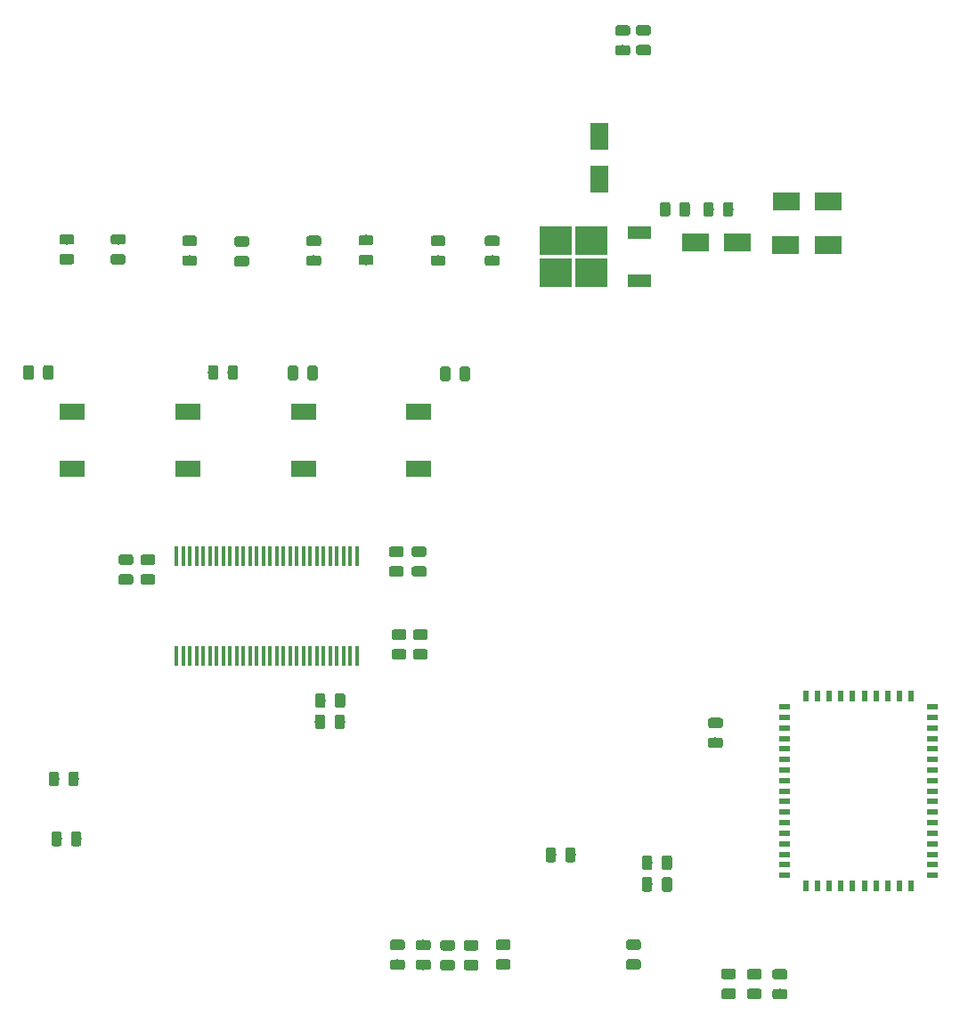
<source format=gbr>
G04 #@! TF.GenerationSoftware,KiCad,Pcbnew,5.0.2+dfsg1-1*
G04 #@! TF.CreationDate,2020-12-14T19:14:29+08:00*
G04 #@! TF.ProjectId,digital-amplifier2,64696769-7461-46c2-9d61-6d706c696669,rev?*
G04 #@! TF.SameCoordinates,Original*
G04 #@! TF.FileFunction,Paste,Bot*
G04 #@! TF.FilePolarity,Positive*
%FSLAX46Y46*%
G04 Gerber Fmt 4.6, Leading zero omitted, Abs format (unit mm)*
G04 Created by KiCad (PCBNEW 5.0.2+dfsg1-1) date 2020年12月14日 星期一 19时14分29秒*
%MOMM*%
%LPD*%
G01*
G04 APERTURE LIST*
%ADD10R,0.420000X1.889999*%
%ADD11C,0.100000*%
%ADD12C,0.975000*%
%ADD13R,2.500000X1.800000*%
%ADD14R,2.200000X1.200000*%
%ADD15R,3.050000X2.750000*%
%ADD16R,1.000000X0.500000*%
%ADD17R,0.500000X1.000000*%
%ADD18R,1.800000X2.500000*%
%ADD19R,2.400000X1.500000*%
G04 APERTURE END LIST*
D10*
G04 #@! TO.C,U12*
X85653920Y-102062770D03*
X85018920Y-102062770D03*
X84383920Y-102062770D03*
X83748920Y-102062770D03*
X83113920Y-102062770D03*
X82478920Y-102062770D03*
X81843920Y-102062770D03*
X81208920Y-102062770D03*
X80573920Y-102062770D03*
X79938920Y-102062770D03*
X79303920Y-102062770D03*
X78668920Y-102062770D03*
X78033920Y-102062770D03*
X77398920Y-102062770D03*
X76763920Y-102062770D03*
X76128920Y-102062770D03*
X75493920Y-102062770D03*
X74858920Y-102062770D03*
X74223920Y-102062770D03*
X73588920Y-102062770D03*
X72953920Y-102062770D03*
X72318920Y-102062770D03*
X71683920Y-102062770D03*
X71048920Y-102062770D03*
X70413920Y-102062770D03*
X69778920Y-102062770D03*
X69143920Y-102062770D03*
X68508920Y-102062770D03*
X68508920Y-111542772D03*
X69143920Y-111542772D03*
X69778920Y-111542772D03*
X70413920Y-111542772D03*
X71048920Y-111542772D03*
X71683920Y-111542772D03*
X72318920Y-111542772D03*
X72953920Y-111542772D03*
X73588920Y-111542772D03*
X74223920Y-111542772D03*
X74858920Y-111542772D03*
X75493920Y-111542772D03*
X76128920Y-111542772D03*
X76763920Y-111542772D03*
X77398920Y-111542772D03*
X78033920Y-111542772D03*
X78668920Y-111542772D03*
X79303920Y-111542772D03*
X79938920Y-111542772D03*
X80573920Y-111542772D03*
X81208920Y-111542772D03*
X81843920Y-111542772D03*
X82478920Y-111542772D03*
X83113920Y-111542772D03*
X83748920Y-111542772D03*
X84383920Y-111542772D03*
X85018920Y-111542772D03*
X85653920Y-111542772D03*
G04 #@! TD*
D11*
G04 #@! TO.C,C39*
G36*
X92174142Y-110877674D02*
X92197803Y-110881184D01*
X92221007Y-110886996D01*
X92243529Y-110895054D01*
X92265153Y-110905282D01*
X92285670Y-110917579D01*
X92304883Y-110931829D01*
X92322607Y-110947893D01*
X92338671Y-110965617D01*
X92352921Y-110984830D01*
X92365218Y-111005347D01*
X92375446Y-111026971D01*
X92383504Y-111049493D01*
X92389316Y-111072697D01*
X92392826Y-111096358D01*
X92394000Y-111120250D01*
X92394000Y-111607750D01*
X92392826Y-111631642D01*
X92389316Y-111655303D01*
X92383504Y-111678507D01*
X92375446Y-111701029D01*
X92365218Y-111722653D01*
X92352921Y-111743170D01*
X92338671Y-111762383D01*
X92322607Y-111780107D01*
X92304883Y-111796171D01*
X92285670Y-111810421D01*
X92265153Y-111822718D01*
X92243529Y-111832946D01*
X92221007Y-111841004D01*
X92197803Y-111846816D01*
X92174142Y-111850326D01*
X92150250Y-111851500D01*
X91237750Y-111851500D01*
X91213858Y-111850326D01*
X91190197Y-111846816D01*
X91166993Y-111841004D01*
X91144471Y-111832946D01*
X91122847Y-111822718D01*
X91102330Y-111810421D01*
X91083117Y-111796171D01*
X91065393Y-111780107D01*
X91049329Y-111762383D01*
X91035079Y-111743170D01*
X91022782Y-111722653D01*
X91012554Y-111701029D01*
X91004496Y-111678507D01*
X90998684Y-111655303D01*
X90995174Y-111631642D01*
X90994000Y-111607750D01*
X90994000Y-111120250D01*
X90995174Y-111096358D01*
X90998684Y-111072697D01*
X91004496Y-111049493D01*
X91012554Y-111026971D01*
X91022782Y-111005347D01*
X91035079Y-110984830D01*
X91049329Y-110965617D01*
X91065393Y-110947893D01*
X91083117Y-110931829D01*
X91102330Y-110917579D01*
X91122847Y-110905282D01*
X91144471Y-110895054D01*
X91166993Y-110886996D01*
X91190197Y-110881184D01*
X91213858Y-110877674D01*
X91237750Y-110876500D01*
X92150250Y-110876500D01*
X92174142Y-110877674D01*
X92174142Y-110877674D01*
G37*
D12*
X91694000Y-111364000D03*
D11*
G36*
X92174142Y-109002674D02*
X92197803Y-109006184D01*
X92221007Y-109011996D01*
X92243529Y-109020054D01*
X92265153Y-109030282D01*
X92285670Y-109042579D01*
X92304883Y-109056829D01*
X92322607Y-109072893D01*
X92338671Y-109090617D01*
X92352921Y-109109830D01*
X92365218Y-109130347D01*
X92375446Y-109151971D01*
X92383504Y-109174493D01*
X92389316Y-109197697D01*
X92392826Y-109221358D01*
X92394000Y-109245250D01*
X92394000Y-109732750D01*
X92392826Y-109756642D01*
X92389316Y-109780303D01*
X92383504Y-109803507D01*
X92375446Y-109826029D01*
X92365218Y-109847653D01*
X92352921Y-109868170D01*
X92338671Y-109887383D01*
X92322607Y-109905107D01*
X92304883Y-109921171D01*
X92285670Y-109935421D01*
X92265153Y-109947718D01*
X92243529Y-109957946D01*
X92221007Y-109966004D01*
X92197803Y-109971816D01*
X92174142Y-109975326D01*
X92150250Y-109976500D01*
X91237750Y-109976500D01*
X91213858Y-109975326D01*
X91190197Y-109971816D01*
X91166993Y-109966004D01*
X91144471Y-109957946D01*
X91122847Y-109947718D01*
X91102330Y-109935421D01*
X91083117Y-109921171D01*
X91065393Y-109905107D01*
X91049329Y-109887383D01*
X91035079Y-109868170D01*
X91022782Y-109847653D01*
X91012554Y-109826029D01*
X91004496Y-109803507D01*
X90998684Y-109780303D01*
X90995174Y-109756642D01*
X90994000Y-109732750D01*
X90994000Y-109245250D01*
X90995174Y-109221358D01*
X90998684Y-109197697D01*
X91004496Y-109174493D01*
X91012554Y-109151971D01*
X91022782Y-109130347D01*
X91035079Y-109109830D01*
X91049329Y-109090617D01*
X91065393Y-109072893D01*
X91083117Y-109056829D01*
X91102330Y-109042579D01*
X91122847Y-109030282D01*
X91144471Y-109020054D01*
X91166993Y-109011996D01*
X91190197Y-109006184D01*
X91213858Y-109002674D01*
X91237750Y-109001500D01*
X92150250Y-109001500D01*
X92174142Y-109002674D01*
X92174142Y-109002674D01*
G37*
D12*
X91694000Y-109489000D03*
G04 #@! TD*
D11*
G04 #@! TO.C,C37*
G36*
X66266142Y-101890674D02*
X66289803Y-101894184D01*
X66313007Y-101899996D01*
X66335529Y-101908054D01*
X66357153Y-101918282D01*
X66377670Y-101930579D01*
X66396883Y-101944829D01*
X66414607Y-101960893D01*
X66430671Y-101978617D01*
X66444921Y-101997830D01*
X66457218Y-102018347D01*
X66467446Y-102039971D01*
X66475504Y-102062493D01*
X66481316Y-102085697D01*
X66484826Y-102109358D01*
X66486000Y-102133250D01*
X66486000Y-102620750D01*
X66484826Y-102644642D01*
X66481316Y-102668303D01*
X66475504Y-102691507D01*
X66467446Y-102714029D01*
X66457218Y-102735653D01*
X66444921Y-102756170D01*
X66430671Y-102775383D01*
X66414607Y-102793107D01*
X66396883Y-102809171D01*
X66377670Y-102823421D01*
X66357153Y-102835718D01*
X66335529Y-102845946D01*
X66313007Y-102854004D01*
X66289803Y-102859816D01*
X66266142Y-102863326D01*
X66242250Y-102864500D01*
X65329750Y-102864500D01*
X65305858Y-102863326D01*
X65282197Y-102859816D01*
X65258993Y-102854004D01*
X65236471Y-102845946D01*
X65214847Y-102835718D01*
X65194330Y-102823421D01*
X65175117Y-102809171D01*
X65157393Y-102793107D01*
X65141329Y-102775383D01*
X65127079Y-102756170D01*
X65114782Y-102735653D01*
X65104554Y-102714029D01*
X65096496Y-102691507D01*
X65090684Y-102668303D01*
X65087174Y-102644642D01*
X65086000Y-102620750D01*
X65086000Y-102133250D01*
X65087174Y-102109358D01*
X65090684Y-102085697D01*
X65096496Y-102062493D01*
X65104554Y-102039971D01*
X65114782Y-102018347D01*
X65127079Y-101997830D01*
X65141329Y-101978617D01*
X65157393Y-101960893D01*
X65175117Y-101944829D01*
X65194330Y-101930579D01*
X65214847Y-101918282D01*
X65236471Y-101908054D01*
X65258993Y-101899996D01*
X65282197Y-101894184D01*
X65305858Y-101890674D01*
X65329750Y-101889500D01*
X66242250Y-101889500D01*
X66266142Y-101890674D01*
X66266142Y-101890674D01*
G37*
D12*
X65786000Y-102377000D03*
D11*
G36*
X66266142Y-103765674D02*
X66289803Y-103769184D01*
X66313007Y-103774996D01*
X66335529Y-103783054D01*
X66357153Y-103793282D01*
X66377670Y-103805579D01*
X66396883Y-103819829D01*
X66414607Y-103835893D01*
X66430671Y-103853617D01*
X66444921Y-103872830D01*
X66457218Y-103893347D01*
X66467446Y-103914971D01*
X66475504Y-103937493D01*
X66481316Y-103960697D01*
X66484826Y-103984358D01*
X66486000Y-104008250D01*
X66486000Y-104495750D01*
X66484826Y-104519642D01*
X66481316Y-104543303D01*
X66475504Y-104566507D01*
X66467446Y-104589029D01*
X66457218Y-104610653D01*
X66444921Y-104631170D01*
X66430671Y-104650383D01*
X66414607Y-104668107D01*
X66396883Y-104684171D01*
X66377670Y-104698421D01*
X66357153Y-104710718D01*
X66335529Y-104720946D01*
X66313007Y-104729004D01*
X66289803Y-104734816D01*
X66266142Y-104738326D01*
X66242250Y-104739500D01*
X65329750Y-104739500D01*
X65305858Y-104738326D01*
X65282197Y-104734816D01*
X65258993Y-104729004D01*
X65236471Y-104720946D01*
X65214847Y-104710718D01*
X65194330Y-104698421D01*
X65175117Y-104684171D01*
X65157393Y-104668107D01*
X65141329Y-104650383D01*
X65127079Y-104631170D01*
X65114782Y-104610653D01*
X65104554Y-104589029D01*
X65096496Y-104566507D01*
X65090684Y-104543303D01*
X65087174Y-104519642D01*
X65086000Y-104495750D01*
X65086000Y-104008250D01*
X65087174Y-103984358D01*
X65090684Y-103960697D01*
X65096496Y-103937493D01*
X65104554Y-103914971D01*
X65114782Y-103893347D01*
X65127079Y-103872830D01*
X65141329Y-103853617D01*
X65157393Y-103835893D01*
X65175117Y-103819829D01*
X65194330Y-103805579D01*
X65214847Y-103793282D01*
X65236471Y-103783054D01*
X65258993Y-103774996D01*
X65282197Y-103769184D01*
X65305858Y-103765674D01*
X65329750Y-103764500D01*
X66242250Y-103764500D01*
X66266142Y-103765674D01*
X66266142Y-103765674D01*
G37*
D12*
X65786000Y-104252000D03*
G04 #@! TD*
D11*
G04 #@! TO.C,C34*
G36*
X64170642Y-103765674D02*
X64194303Y-103769184D01*
X64217507Y-103774996D01*
X64240029Y-103783054D01*
X64261653Y-103793282D01*
X64282170Y-103805579D01*
X64301383Y-103819829D01*
X64319107Y-103835893D01*
X64335171Y-103853617D01*
X64349421Y-103872830D01*
X64361718Y-103893347D01*
X64371946Y-103914971D01*
X64380004Y-103937493D01*
X64385816Y-103960697D01*
X64389326Y-103984358D01*
X64390500Y-104008250D01*
X64390500Y-104495750D01*
X64389326Y-104519642D01*
X64385816Y-104543303D01*
X64380004Y-104566507D01*
X64371946Y-104589029D01*
X64361718Y-104610653D01*
X64349421Y-104631170D01*
X64335171Y-104650383D01*
X64319107Y-104668107D01*
X64301383Y-104684171D01*
X64282170Y-104698421D01*
X64261653Y-104710718D01*
X64240029Y-104720946D01*
X64217507Y-104729004D01*
X64194303Y-104734816D01*
X64170642Y-104738326D01*
X64146750Y-104739500D01*
X63234250Y-104739500D01*
X63210358Y-104738326D01*
X63186697Y-104734816D01*
X63163493Y-104729004D01*
X63140971Y-104720946D01*
X63119347Y-104710718D01*
X63098830Y-104698421D01*
X63079617Y-104684171D01*
X63061893Y-104668107D01*
X63045829Y-104650383D01*
X63031579Y-104631170D01*
X63019282Y-104610653D01*
X63009054Y-104589029D01*
X63000996Y-104566507D01*
X62995184Y-104543303D01*
X62991674Y-104519642D01*
X62990500Y-104495750D01*
X62990500Y-104008250D01*
X62991674Y-103984358D01*
X62995184Y-103960697D01*
X63000996Y-103937493D01*
X63009054Y-103914971D01*
X63019282Y-103893347D01*
X63031579Y-103872830D01*
X63045829Y-103853617D01*
X63061893Y-103835893D01*
X63079617Y-103819829D01*
X63098830Y-103805579D01*
X63119347Y-103793282D01*
X63140971Y-103783054D01*
X63163493Y-103774996D01*
X63186697Y-103769184D01*
X63210358Y-103765674D01*
X63234250Y-103764500D01*
X64146750Y-103764500D01*
X64170642Y-103765674D01*
X64170642Y-103765674D01*
G37*
D12*
X63690500Y-104252000D03*
D11*
G36*
X64170642Y-101890674D02*
X64194303Y-101894184D01*
X64217507Y-101899996D01*
X64240029Y-101908054D01*
X64261653Y-101918282D01*
X64282170Y-101930579D01*
X64301383Y-101944829D01*
X64319107Y-101960893D01*
X64335171Y-101978617D01*
X64349421Y-101997830D01*
X64361718Y-102018347D01*
X64371946Y-102039971D01*
X64380004Y-102062493D01*
X64385816Y-102085697D01*
X64389326Y-102109358D01*
X64390500Y-102133250D01*
X64390500Y-102620750D01*
X64389326Y-102644642D01*
X64385816Y-102668303D01*
X64380004Y-102691507D01*
X64371946Y-102714029D01*
X64361718Y-102735653D01*
X64349421Y-102756170D01*
X64335171Y-102775383D01*
X64319107Y-102793107D01*
X64301383Y-102809171D01*
X64282170Y-102823421D01*
X64261653Y-102835718D01*
X64240029Y-102845946D01*
X64217507Y-102854004D01*
X64194303Y-102859816D01*
X64170642Y-102863326D01*
X64146750Y-102864500D01*
X63234250Y-102864500D01*
X63210358Y-102863326D01*
X63186697Y-102859816D01*
X63163493Y-102854004D01*
X63140971Y-102845946D01*
X63119347Y-102835718D01*
X63098830Y-102823421D01*
X63079617Y-102809171D01*
X63061893Y-102793107D01*
X63045829Y-102775383D01*
X63031579Y-102756170D01*
X63019282Y-102735653D01*
X63009054Y-102714029D01*
X63000996Y-102691507D01*
X62995184Y-102668303D01*
X62991674Y-102644642D01*
X62990500Y-102620750D01*
X62990500Y-102133250D01*
X62991674Y-102109358D01*
X62995184Y-102085697D01*
X63000996Y-102062493D01*
X63009054Y-102039971D01*
X63019282Y-102018347D01*
X63031579Y-101997830D01*
X63045829Y-101978617D01*
X63061893Y-101960893D01*
X63079617Y-101944829D01*
X63098830Y-101930579D01*
X63119347Y-101918282D01*
X63140971Y-101908054D01*
X63163493Y-101899996D01*
X63186697Y-101894184D01*
X63210358Y-101890674D01*
X63234250Y-101889500D01*
X64146750Y-101889500D01*
X64170642Y-101890674D01*
X64170642Y-101890674D01*
G37*
D12*
X63690500Y-102377000D03*
G04 #@! TD*
D11*
G04 #@! TO.C,C50*
G36*
X89888142Y-103003674D02*
X89911803Y-103007184D01*
X89935007Y-103012996D01*
X89957529Y-103021054D01*
X89979153Y-103031282D01*
X89999670Y-103043579D01*
X90018883Y-103057829D01*
X90036607Y-103073893D01*
X90052671Y-103091617D01*
X90066921Y-103110830D01*
X90079218Y-103131347D01*
X90089446Y-103152971D01*
X90097504Y-103175493D01*
X90103316Y-103198697D01*
X90106826Y-103222358D01*
X90108000Y-103246250D01*
X90108000Y-103733750D01*
X90106826Y-103757642D01*
X90103316Y-103781303D01*
X90097504Y-103804507D01*
X90089446Y-103827029D01*
X90079218Y-103848653D01*
X90066921Y-103869170D01*
X90052671Y-103888383D01*
X90036607Y-103906107D01*
X90018883Y-103922171D01*
X89999670Y-103936421D01*
X89979153Y-103948718D01*
X89957529Y-103958946D01*
X89935007Y-103967004D01*
X89911803Y-103972816D01*
X89888142Y-103976326D01*
X89864250Y-103977500D01*
X88951750Y-103977500D01*
X88927858Y-103976326D01*
X88904197Y-103972816D01*
X88880993Y-103967004D01*
X88858471Y-103958946D01*
X88836847Y-103948718D01*
X88816330Y-103936421D01*
X88797117Y-103922171D01*
X88779393Y-103906107D01*
X88763329Y-103888383D01*
X88749079Y-103869170D01*
X88736782Y-103848653D01*
X88726554Y-103827029D01*
X88718496Y-103804507D01*
X88712684Y-103781303D01*
X88709174Y-103757642D01*
X88708000Y-103733750D01*
X88708000Y-103246250D01*
X88709174Y-103222358D01*
X88712684Y-103198697D01*
X88718496Y-103175493D01*
X88726554Y-103152971D01*
X88736782Y-103131347D01*
X88749079Y-103110830D01*
X88763329Y-103091617D01*
X88779393Y-103073893D01*
X88797117Y-103057829D01*
X88816330Y-103043579D01*
X88836847Y-103031282D01*
X88858471Y-103021054D01*
X88880993Y-103012996D01*
X88904197Y-103007184D01*
X88927858Y-103003674D01*
X88951750Y-103002500D01*
X89864250Y-103002500D01*
X89888142Y-103003674D01*
X89888142Y-103003674D01*
G37*
D12*
X89408000Y-103490000D03*
D11*
G36*
X89888142Y-101128674D02*
X89911803Y-101132184D01*
X89935007Y-101137996D01*
X89957529Y-101146054D01*
X89979153Y-101156282D01*
X89999670Y-101168579D01*
X90018883Y-101182829D01*
X90036607Y-101198893D01*
X90052671Y-101216617D01*
X90066921Y-101235830D01*
X90079218Y-101256347D01*
X90089446Y-101277971D01*
X90097504Y-101300493D01*
X90103316Y-101323697D01*
X90106826Y-101347358D01*
X90108000Y-101371250D01*
X90108000Y-101858750D01*
X90106826Y-101882642D01*
X90103316Y-101906303D01*
X90097504Y-101929507D01*
X90089446Y-101952029D01*
X90079218Y-101973653D01*
X90066921Y-101994170D01*
X90052671Y-102013383D01*
X90036607Y-102031107D01*
X90018883Y-102047171D01*
X89999670Y-102061421D01*
X89979153Y-102073718D01*
X89957529Y-102083946D01*
X89935007Y-102092004D01*
X89911803Y-102097816D01*
X89888142Y-102101326D01*
X89864250Y-102102500D01*
X88951750Y-102102500D01*
X88927858Y-102101326D01*
X88904197Y-102097816D01*
X88880993Y-102092004D01*
X88858471Y-102083946D01*
X88836847Y-102073718D01*
X88816330Y-102061421D01*
X88797117Y-102047171D01*
X88779393Y-102031107D01*
X88763329Y-102013383D01*
X88749079Y-101994170D01*
X88736782Y-101973653D01*
X88726554Y-101952029D01*
X88718496Y-101929507D01*
X88712684Y-101906303D01*
X88709174Y-101882642D01*
X88708000Y-101858750D01*
X88708000Y-101371250D01*
X88709174Y-101347358D01*
X88712684Y-101323697D01*
X88718496Y-101300493D01*
X88726554Y-101277971D01*
X88736782Y-101256347D01*
X88749079Y-101235830D01*
X88763329Y-101216617D01*
X88779393Y-101198893D01*
X88797117Y-101182829D01*
X88816330Y-101168579D01*
X88836847Y-101156282D01*
X88858471Y-101146054D01*
X88880993Y-101137996D01*
X88904197Y-101132184D01*
X88927858Y-101128674D01*
X88951750Y-101127500D01*
X89864250Y-101127500D01*
X89888142Y-101128674D01*
X89888142Y-101128674D01*
G37*
D12*
X89408000Y-101615000D03*
G04 #@! TD*
D11*
G04 #@! TO.C,C41*
G36*
X90142142Y-110877674D02*
X90165803Y-110881184D01*
X90189007Y-110886996D01*
X90211529Y-110895054D01*
X90233153Y-110905282D01*
X90253670Y-110917579D01*
X90272883Y-110931829D01*
X90290607Y-110947893D01*
X90306671Y-110965617D01*
X90320921Y-110984830D01*
X90333218Y-111005347D01*
X90343446Y-111026971D01*
X90351504Y-111049493D01*
X90357316Y-111072697D01*
X90360826Y-111096358D01*
X90362000Y-111120250D01*
X90362000Y-111607750D01*
X90360826Y-111631642D01*
X90357316Y-111655303D01*
X90351504Y-111678507D01*
X90343446Y-111701029D01*
X90333218Y-111722653D01*
X90320921Y-111743170D01*
X90306671Y-111762383D01*
X90290607Y-111780107D01*
X90272883Y-111796171D01*
X90253670Y-111810421D01*
X90233153Y-111822718D01*
X90211529Y-111832946D01*
X90189007Y-111841004D01*
X90165803Y-111846816D01*
X90142142Y-111850326D01*
X90118250Y-111851500D01*
X89205750Y-111851500D01*
X89181858Y-111850326D01*
X89158197Y-111846816D01*
X89134993Y-111841004D01*
X89112471Y-111832946D01*
X89090847Y-111822718D01*
X89070330Y-111810421D01*
X89051117Y-111796171D01*
X89033393Y-111780107D01*
X89017329Y-111762383D01*
X89003079Y-111743170D01*
X88990782Y-111722653D01*
X88980554Y-111701029D01*
X88972496Y-111678507D01*
X88966684Y-111655303D01*
X88963174Y-111631642D01*
X88962000Y-111607750D01*
X88962000Y-111120250D01*
X88963174Y-111096358D01*
X88966684Y-111072697D01*
X88972496Y-111049493D01*
X88980554Y-111026971D01*
X88990782Y-111005347D01*
X89003079Y-110984830D01*
X89017329Y-110965617D01*
X89033393Y-110947893D01*
X89051117Y-110931829D01*
X89070330Y-110917579D01*
X89090847Y-110905282D01*
X89112471Y-110895054D01*
X89134993Y-110886996D01*
X89158197Y-110881184D01*
X89181858Y-110877674D01*
X89205750Y-110876500D01*
X90118250Y-110876500D01*
X90142142Y-110877674D01*
X90142142Y-110877674D01*
G37*
D12*
X89662000Y-111364000D03*
D11*
G36*
X90142142Y-109002674D02*
X90165803Y-109006184D01*
X90189007Y-109011996D01*
X90211529Y-109020054D01*
X90233153Y-109030282D01*
X90253670Y-109042579D01*
X90272883Y-109056829D01*
X90290607Y-109072893D01*
X90306671Y-109090617D01*
X90320921Y-109109830D01*
X90333218Y-109130347D01*
X90343446Y-109151971D01*
X90351504Y-109174493D01*
X90357316Y-109197697D01*
X90360826Y-109221358D01*
X90362000Y-109245250D01*
X90362000Y-109732750D01*
X90360826Y-109756642D01*
X90357316Y-109780303D01*
X90351504Y-109803507D01*
X90343446Y-109826029D01*
X90333218Y-109847653D01*
X90320921Y-109868170D01*
X90306671Y-109887383D01*
X90290607Y-109905107D01*
X90272883Y-109921171D01*
X90253670Y-109935421D01*
X90233153Y-109947718D01*
X90211529Y-109957946D01*
X90189007Y-109966004D01*
X90165803Y-109971816D01*
X90142142Y-109975326D01*
X90118250Y-109976500D01*
X89205750Y-109976500D01*
X89181858Y-109975326D01*
X89158197Y-109971816D01*
X89134993Y-109966004D01*
X89112471Y-109957946D01*
X89090847Y-109947718D01*
X89070330Y-109935421D01*
X89051117Y-109921171D01*
X89033393Y-109905107D01*
X89017329Y-109887383D01*
X89003079Y-109868170D01*
X88990782Y-109847653D01*
X88980554Y-109826029D01*
X88972496Y-109803507D01*
X88966684Y-109780303D01*
X88963174Y-109756642D01*
X88962000Y-109732750D01*
X88962000Y-109245250D01*
X88963174Y-109221358D01*
X88966684Y-109197697D01*
X88972496Y-109174493D01*
X88980554Y-109151971D01*
X88990782Y-109130347D01*
X89003079Y-109109830D01*
X89017329Y-109090617D01*
X89033393Y-109072893D01*
X89051117Y-109056829D01*
X89070330Y-109042579D01*
X89090847Y-109030282D01*
X89112471Y-109020054D01*
X89134993Y-109011996D01*
X89158197Y-109006184D01*
X89181858Y-109002674D01*
X89205750Y-109001500D01*
X90118250Y-109001500D01*
X90142142Y-109002674D01*
X90142142Y-109002674D01*
G37*
D12*
X89662000Y-109489000D03*
G04 #@! TD*
D13*
G04 #@! TO.C,D2*
X117824500Y-72199500D03*
X121824500Y-72199500D03*
G04 #@! TD*
D14*
G04 #@! TO.C,Q4*
X112531000Y-71316500D03*
X112531000Y-75876500D03*
D15*
X104556000Y-75121500D03*
X107906000Y-72071500D03*
X104556000Y-72071500D03*
X107906000Y-75121500D03*
G04 #@! TD*
D11*
G04 #@! TO.C,R37*
G36*
X119345142Y-68389174D02*
X119368803Y-68392684D01*
X119392007Y-68398496D01*
X119414529Y-68406554D01*
X119436153Y-68416782D01*
X119456670Y-68429079D01*
X119475883Y-68443329D01*
X119493607Y-68459393D01*
X119509671Y-68477117D01*
X119523921Y-68496330D01*
X119536218Y-68516847D01*
X119546446Y-68538471D01*
X119554504Y-68560993D01*
X119560316Y-68584197D01*
X119563826Y-68607858D01*
X119565000Y-68631750D01*
X119565000Y-69544250D01*
X119563826Y-69568142D01*
X119560316Y-69591803D01*
X119554504Y-69615007D01*
X119546446Y-69637529D01*
X119536218Y-69659153D01*
X119523921Y-69679670D01*
X119509671Y-69698883D01*
X119493607Y-69716607D01*
X119475883Y-69732671D01*
X119456670Y-69746921D01*
X119436153Y-69759218D01*
X119414529Y-69769446D01*
X119392007Y-69777504D01*
X119368803Y-69783316D01*
X119345142Y-69786826D01*
X119321250Y-69788000D01*
X118833750Y-69788000D01*
X118809858Y-69786826D01*
X118786197Y-69783316D01*
X118762993Y-69777504D01*
X118740471Y-69769446D01*
X118718847Y-69759218D01*
X118698330Y-69746921D01*
X118679117Y-69732671D01*
X118661393Y-69716607D01*
X118645329Y-69698883D01*
X118631079Y-69679670D01*
X118618782Y-69659153D01*
X118608554Y-69637529D01*
X118600496Y-69615007D01*
X118594684Y-69591803D01*
X118591174Y-69568142D01*
X118590000Y-69544250D01*
X118590000Y-68631750D01*
X118591174Y-68607858D01*
X118594684Y-68584197D01*
X118600496Y-68560993D01*
X118608554Y-68538471D01*
X118618782Y-68516847D01*
X118631079Y-68496330D01*
X118645329Y-68477117D01*
X118661393Y-68459393D01*
X118679117Y-68443329D01*
X118698330Y-68429079D01*
X118718847Y-68416782D01*
X118740471Y-68406554D01*
X118762993Y-68398496D01*
X118786197Y-68392684D01*
X118809858Y-68389174D01*
X118833750Y-68388000D01*
X119321250Y-68388000D01*
X119345142Y-68389174D01*
X119345142Y-68389174D01*
G37*
D12*
X119077500Y-69088000D03*
D11*
G36*
X121220142Y-68389174D02*
X121243803Y-68392684D01*
X121267007Y-68398496D01*
X121289529Y-68406554D01*
X121311153Y-68416782D01*
X121331670Y-68429079D01*
X121350883Y-68443329D01*
X121368607Y-68459393D01*
X121384671Y-68477117D01*
X121398921Y-68496330D01*
X121411218Y-68516847D01*
X121421446Y-68538471D01*
X121429504Y-68560993D01*
X121435316Y-68584197D01*
X121438826Y-68607858D01*
X121440000Y-68631750D01*
X121440000Y-69544250D01*
X121438826Y-69568142D01*
X121435316Y-69591803D01*
X121429504Y-69615007D01*
X121421446Y-69637529D01*
X121411218Y-69659153D01*
X121398921Y-69679670D01*
X121384671Y-69698883D01*
X121368607Y-69716607D01*
X121350883Y-69732671D01*
X121331670Y-69746921D01*
X121311153Y-69759218D01*
X121289529Y-69769446D01*
X121267007Y-69777504D01*
X121243803Y-69783316D01*
X121220142Y-69786826D01*
X121196250Y-69788000D01*
X120708750Y-69788000D01*
X120684858Y-69786826D01*
X120661197Y-69783316D01*
X120637993Y-69777504D01*
X120615471Y-69769446D01*
X120593847Y-69759218D01*
X120573330Y-69746921D01*
X120554117Y-69732671D01*
X120536393Y-69716607D01*
X120520329Y-69698883D01*
X120506079Y-69679670D01*
X120493782Y-69659153D01*
X120483554Y-69637529D01*
X120475496Y-69615007D01*
X120469684Y-69591803D01*
X120466174Y-69568142D01*
X120465000Y-69544250D01*
X120465000Y-68631750D01*
X120466174Y-68607858D01*
X120469684Y-68584197D01*
X120475496Y-68560993D01*
X120483554Y-68538471D01*
X120493782Y-68516847D01*
X120506079Y-68496330D01*
X120520329Y-68477117D01*
X120536393Y-68459393D01*
X120554117Y-68443329D01*
X120573330Y-68429079D01*
X120593847Y-68416782D01*
X120615471Y-68406554D01*
X120637993Y-68398496D01*
X120661197Y-68392684D01*
X120684858Y-68389174D01*
X120708750Y-68388000D01*
X121196250Y-68388000D01*
X121220142Y-68389174D01*
X121220142Y-68389174D01*
G37*
D12*
X120952500Y-69088000D03*
G04 #@! TD*
D11*
G04 #@! TO.C,R38*
G36*
X117092642Y-68389174D02*
X117116303Y-68392684D01*
X117139507Y-68398496D01*
X117162029Y-68406554D01*
X117183653Y-68416782D01*
X117204170Y-68429079D01*
X117223383Y-68443329D01*
X117241107Y-68459393D01*
X117257171Y-68477117D01*
X117271421Y-68496330D01*
X117283718Y-68516847D01*
X117293946Y-68538471D01*
X117302004Y-68560993D01*
X117307816Y-68584197D01*
X117311326Y-68607858D01*
X117312500Y-68631750D01*
X117312500Y-69544250D01*
X117311326Y-69568142D01*
X117307816Y-69591803D01*
X117302004Y-69615007D01*
X117293946Y-69637529D01*
X117283718Y-69659153D01*
X117271421Y-69679670D01*
X117257171Y-69698883D01*
X117241107Y-69716607D01*
X117223383Y-69732671D01*
X117204170Y-69746921D01*
X117183653Y-69759218D01*
X117162029Y-69769446D01*
X117139507Y-69777504D01*
X117116303Y-69783316D01*
X117092642Y-69786826D01*
X117068750Y-69788000D01*
X116581250Y-69788000D01*
X116557358Y-69786826D01*
X116533697Y-69783316D01*
X116510493Y-69777504D01*
X116487971Y-69769446D01*
X116466347Y-69759218D01*
X116445830Y-69746921D01*
X116426617Y-69732671D01*
X116408893Y-69716607D01*
X116392829Y-69698883D01*
X116378579Y-69679670D01*
X116366282Y-69659153D01*
X116356054Y-69637529D01*
X116347996Y-69615007D01*
X116342184Y-69591803D01*
X116338674Y-69568142D01*
X116337500Y-69544250D01*
X116337500Y-68631750D01*
X116338674Y-68607858D01*
X116342184Y-68584197D01*
X116347996Y-68560993D01*
X116356054Y-68538471D01*
X116366282Y-68516847D01*
X116378579Y-68496330D01*
X116392829Y-68477117D01*
X116408893Y-68459393D01*
X116426617Y-68443329D01*
X116445830Y-68429079D01*
X116466347Y-68416782D01*
X116487971Y-68406554D01*
X116510493Y-68398496D01*
X116533697Y-68392684D01*
X116557358Y-68389174D01*
X116581250Y-68388000D01*
X117068750Y-68388000D01*
X117092642Y-68389174D01*
X117092642Y-68389174D01*
G37*
D12*
X116825000Y-69088000D03*
D11*
G36*
X115217642Y-68389174D02*
X115241303Y-68392684D01*
X115264507Y-68398496D01*
X115287029Y-68406554D01*
X115308653Y-68416782D01*
X115329170Y-68429079D01*
X115348383Y-68443329D01*
X115366107Y-68459393D01*
X115382171Y-68477117D01*
X115396421Y-68496330D01*
X115408718Y-68516847D01*
X115418946Y-68538471D01*
X115427004Y-68560993D01*
X115432816Y-68584197D01*
X115436326Y-68607858D01*
X115437500Y-68631750D01*
X115437500Y-69544250D01*
X115436326Y-69568142D01*
X115432816Y-69591803D01*
X115427004Y-69615007D01*
X115418946Y-69637529D01*
X115408718Y-69659153D01*
X115396421Y-69679670D01*
X115382171Y-69698883D01*
X115366107Y-69716607D01*
X115348383Y-69732671D01*
X115329170Y-69746921D01*
X115308653Y-69759218D01*
X115287029Y-69769446D01*
X115264507Y-69777504D01*
X115241303Y-69783316D01*
X115217642Y-69786826D01*
X115193750Y-69788000D01*
X114706250Y-69788000D01*
X114682358Y-69786826D01*
X114658697Y-69783316D01*
X114635493Y-69777504D01*
X114612971Y-69769446D01*
X114591347Y-69759218D01*
X114570830Y-69746921D01*
X114551617Y-69732671D01*
X114533893Y-69716607D01*
X114517829Y-69698883D01*
X114503579Y-69679670D01*
X114491282Y-69659153D01*
X114481054Y-69637529D01*
X114472996Y-69615007D01*
X114467184Y-69591803D01*
X114463674Y-69568142D01*
X114462500Y-69544250D01*
X114462500Y-68631750D01*
X114463674Y-68607858D01*
X114467184Y-68584197D01*
X114472996Y-68560993D01*
X114481054Y-68538471D01*
X114491282Y-68516847D01*
X114503579Y-68496330D01*
X114517829Y-68477117D01*
X114533893Y-68459393D01*
X114551617Y-68443329D01*
X114570830Y-68429079D01*
X114591347Y-68416782D01*
X114612971Y-68406554D01*
X114635493Y-68398496D01*
X114658697Y-68392684D01*
X114682358Y-68389174D01*
X114706250Y-68388000D01*
X115193750Y-68388000D01*
X115217642Y-68389174D01*
X115217642Y-68389174D01*
G37*
D12*
X114950000Y-69088000D03*
G04 #@! TD*
D16*
G04 #@! TO.C,U13*
X126339600Y-132362700D03*
X126339600Y-131362700D03*
X126339600Y-130362700D03*
X126339600Y-129362700D03*
X126339600Y-128362700D03*
X126339600Y-127362700D03*
X126339600Y-126362700D03*
X126339600Y-125362700D03*
X126339600Y-124362700D03*
X126339600Y-123362700D03*
X126339600Y-122362700D03*
X126339600Y-121362700D03*
X126339600Y-120362700D03*
X126339600Y-119362700D03*
X126339600Y-118362700D03*
X126339600Y-117362700D03*
X126339600Y-116362700D03*
D17*
X128339600Y-115362700D03*
X129450711Y-115362700D03*
X130561822Y-115362700D03*
X131672933Y-115362700D03*
X132784044Y-115362700D03*
X133895155Y-115362700D03*
X135006266Y-115362700D03*
X136117377Y-115362700D03*
X137228488Y-115362700D03*
X138339600Y-115362700D03*
X138339600Y-133362700D03*
X130561822Y-133362700D03*
X133895155Y-133362700D03*
X131672933Y-133362700D03*
X137228488Y-133362700D03*
X132784044Y-133362700D03*
X129450711Y-133362700D03*
X135006266Y-133362700D03*
X136117377Y-133362700D03*
X128339600Y-133362700D03*
D16*
X140339600Y-121362700D03*
X140339600Y-117362700D03*
X140339600Y-129362700D03*
X140339600Y-128362700D03*
X140339600Y-131362700D03*
X140339600Y-126362700D03*
X140339600Y-122362700D03*
X140339600Y-119362700D03*
X140339600Y-130362700D03*
X140339600Y-118362700D03*
X140339600Y-127362700D03*
X140339600Y-125362700D03*
X140339600Y-132362700D03*
X140339600Y-124362700D03*
X140339600Y-123362700D03*
X140339600Y-116362700D03*
X140339600Y-120362700D03*
G04 #@! TD*
D11*
G04 #@! TO.C,C17*
G36*
X106234142Y-129730174D02*
X106257803Y-129733684D01*
X106281007Y-129739496D01*
X106303529Y-129747554D01*
X106325153Y-129757782D01*
X106345670Y-129770079D01*
X106364883Y-129784329D01*
X106382607Y-129800393D01*
X106398671Y-129818117D01*
X106412921Y-129837330D01*
X106425218Y-129857847D01*
X106435446Y-129879471D01*
X106443504Y-129901993D01*
X106449316Y-129925197D01*
X106452826Y-129948858D01*
X106454000Y-129972750D01*
X106454000Y-130885250D01*
X106452826Y-130909142D01*
X106449316Y-130932803D01*
X106443504Y-130956007D01*
X106435446Y-130978529D01*
X106425218Y-131000153D01*
X106412921Y-131020670D01*
X106398671Y-131039883D01*
X106382607Y-131057607D01*
X106364883Y-131073671D01*
X106345670Y-131087921D01*
X106325153Y-131100218D01*
X106303529Y-131110446D01*
X106281007Y-131118504D01*
X106257803Y-131124316D01*
X106234142Y-131127826D01*
X106210250Y-131129000D01*
X105722750Y-131129000D01*
X105698858Y-131127826D01*
X105675197Y-131124316D01*
X105651993Y-131118504D01*
X105629471Y-131110446D01*
X105607847Y-131100218D01*
X105587330Y-131087921D01*
X105568117Y-131073671D01*
X105550393Y-131057607D01*
X105534329Y-131039883D01*
X105520079Y-131020670D01*
X105507782Y-131000153D01*
X105497554Y-130978529D01*
X105489496Y-130956007D01*
X105483684Y-130932803D01*
X105480174Y-130909142D01*
X105479000Y-130885250D01*
X105479000Y-129972750D01*
X105480174Y-129948858D01*
X105483684Y-129925197D01*
X105489496Y-129901993D01*
X105497554Y-129879471D01*
X105507782Y-129857847D01*
X105520079Y-129837330D01*
X105534329Y-129818117D01*
X105550393Y-129800393D01*
X105568117Y-129784329D01*
X105587330Y-129770079D01*
X105607847Y-129757782D01*
X105629471Y-129747554D01*
X105651993Y-129739496D01*
X105675197Y-129733684D01*
X105698858Y-129730174D01*
X105722750Y-129729000D01*
X106210250Y-129729000D01*
X106234142Y-129730174D01*
X106234142Y-129730174D01*
G37*
D12*
X105966500Y-130429000D03*
D11*
G36*
X104359142Y-129730174D02*
X104382803Y-129733684D01*
X104406007Y-129739496D01*
X104428529Y-129747554D01*
X104450153Y-129757782D01*
X104470670Y-129770079D01*
X104489883Y-129784329D01*
X104507607Y-129800393D01*
X104523671Y-129818117D01*
X104537921Y-129837330D01*
X104550218Y-129857847D01*
X104560446Y-129879471D01*
X104568504Y-129901993D01*
X104574316Y-129925197D01*
X104577826Y-129948858D01*
X104579000Y-129972750D01*
X104579000Y-130885250D01*
X104577826Y-130909142D01*
X104574316Y-130932803D01*
X104568504Y-130956007D01*
X104560446Y-130978529D01*
X104550218Y-131000153D01*
X104537921Y-131020670D01*
X104523671Y-131039883D01*
X104507607Y-131057607D01*
X104489883Y-131073671D01*
X104470670Y-131087921D01*
X104450153Y-131100218D01*
X104428529Y-131110446D01*
X104406007Y-131118504D01*
X104382803Y-131124316D01*
X104359142Y-131127826D01*
X104335250Y-131129000D01*
X103847750Y-131129000D01*
X103823858Y-131127826D01*
X103800197Y-131124316D01*
X103776993Y-131118504D01*
X103754471Y-131110446D01*
X103732847Y-131100218D01*
X103712330Y-131087921D01*
X103693117Y-131073671D01*
X103675393Y-131057607D01*
X103659329Y-131039883D01*
X103645079Y-131020670D01*
X103632782Y-131000153D01*
X103622554Y-130978529D01*
X103614496Y-130956007D01*
X103608684Y-130932803D01*
X103605174Y-130909142D01*
X103604000Y-130885250D01*
X103604000Y-129972750D01*
X103605174Y-129948858D01*
X103608684Y-129925197D01*
X103614496Y-129901993D01*
X103622554Y-129879471D01*
X103632782Y-129857847D01*
X103645079Y-129837330D01*
X103659329Y-129818117D01*
X103675393Y-129800393D01*
X103693117Y-129784329D01*
X103712330Y-129770079D01*
X103732847Y-129757782D01*
X103754471Y-129747554D01*
X103776993Y-129739496D01*
X103800197Y-129733684D01*
X103823858Y-129730174D01*
X103847750Y-129729000D01*
X104335250Y-129729000D01*
X104359142Y-129730174D01*
X104359142Y-129730174D01*
G37*
D12*
X104091500Y-130429000D03*
G04 #@! TD*
D13*
G04 #@! TO.C,D4*
X130460500Y-68326000D03*
X126460500Y-68326000D03*
G04 #@! TD*
D18*
G04 #@! TO.C,D1*
X108712000Y-62198500D03*
X108712000Y-66198500D03*
G04 #@! TD*
D13*
G04 #@! TO.C,D3*
X126428500Y-72517000D03*
X130428500Y-72517000D03*
G04 #@! TD*
D11*
G04 #@! TO.C,C16*
G36*
X94764942Y-138530174D02*
X94788603Y-138533684D01*
X94811807Y-138539496D01*
X94834329Y-138547554D01*
X94855953Y-138557782D01*
X94876470Y-138570079D01*
X94895683Y-138584329D01*
X94913407Y-138600393D01*
X94929471Y-138618117D01*
X94943721Y-138637330D01*
X94956018Y-138657847D01*
X94966246Y-138679471D01*
X94974304Y-138701993D01*
X94980116Y-138725197D01*
X94983626Y-138748858D01*
X94984800Y-138772750D01*
X94984800Y-139260250D01*
X94983626Y-139284142D01*
X94980116Y-139307803D01*
X94974304Y-139331007D01*
X94966246Y-139353529D01*
X94956018Y-139375153D01*
X94943721Y-139395670D01*
X94929471Y-139414883D01*
X94913407Y-139432607D01*
X94895683Y-139448671D01*
X94876470Y-139462921D01*
X94855953Y-139475218D01*
X94834329Y-139485446D01*
X94811807Y-139493504D01*
X94788603Y-139499316D01*
X94764942Y-139502826D01*
X94741050Y-139504000D01*
X93828550Y-139504000D01*
X93804658Y-139502826D01*
X93780997Y-139499316D01*
X93757793Y-139493504D01*
X93735271Y-139485446D01*
X93713647Y-139475218D01*
X93693130Y-139462921D01*
X93673917Y-139448671D01*
X93656193Y-139432607D01*
X93640129Y-139414883D01*
X93625879Y-139395670D01*
X93613582Y-139375153D01*
X93603354Y-139353529D01*
X93595296Y-139331007D01*
X93589484Y-139307803D01*
X93585974Y-139284142D01*
X93584800Y-139260250D01*
X93584800Y-138772750D01*
X93585974Y-138748858D01*
X93589484Y-138725197D01*
X93595296Y-138701993D01*
X93603354Y-138679471D01*
X93613582Y-138657847D01*
X93625879Y-138637330D01*
X93640129Y-138618117D01*
X93656193Y-138600393D01*
X93673917Y-138584329D01*
X93693130Y-138570079D01*
X93713647Y-138557782D01*
X93735271Y-138547554D01*
X93757793Y-138539496D01*
X93780997Y-138533684D01*
X93804658Y-138530174D01*
X93828550Y-138529000D01*
X94741050Y-138529000D01*
X94764942Y-138530174D01*
X94764942Y-138530174D01*
G37*
D12*
X94284800Y-139016500D03*
D11*
G36*
X94764942Y-140405174D02*
X94788603Y-140408684D01*
X94811807Y-140414496D01*
X94834329Y-140422554D01*
X94855953Y-140432782D01*
X94876470Y-140445079D01*
X94895683Y-140459329D01*
X94913407Y-140475393D01*
X94929471Y-140493117D01*
X94943721Y-140512330D01*
X94956018Y-140532847D01*
X94966246Y-140554471D01*
X94974304Y-140576993D01*
X94980116Y-140600197D01*
X94983626Y-140623858D01*
X94984800Y-140647750D01*
X94984800Y-141135250D01*
X94983626Y-141159142D01*
X94980116Y-141182803D01*
X94974304Y-141206007D01*
X94966246Y-141228529D01*
X94956018Y-141250153D01*
X94943721Y-141270670D01*
X94929471Y-141289883D01*
X94913407Y-141307607D01*
X94895683Y-141323671D01*
X94876470Y-141337921D01*
X94855953Y-141350218D01*
X94834329Y-141360446D01*
X94811807Y-141368504D01*
X94788603Y-141374316D01*
X94764942Y-141377826D01*
X94741050Y-141379000D01*
X93828550Y-141379000D01*
X93804658Y-141377826D01*
X93780997Y-141374316D01*
X93757793Y-141368504D01*
X93735271Y-141360446D01*
X93713647Y-141350218D01*
X93693130Y-141337921D01*
X93673917Y-141323671D01*
X93656193Y-141307607D01*
X93640129Y-141289883D01*
X93625879Y-141270670D01*
X93613582Y-141250153D01*
X93603354Y-141228529D01*
X93595296Y-141206007D01*
X93589484Y-141182803D01*
X93585974Y-141159142D01*
X93584800Y-141135250D01*
X93584800Y-140647750D01*
X93585974Y-140623858D01*
X93589484Y-140600197D01*
X93595296Y-140576993D01*
X93603354Y-140554471D01*
X93613582Y-140532847D01*
X93625879Y-140512330D01*
X93640129Y-140493117D01*
X93656193Y-140475393D01*
X93673917Y-140459329D01*
X93693130Y-140445079D01*
X93713647Y-140432782D01*
X93735271Y-140422554D01*
X93757793Y-140414496D01*
X93780997Y-140408684D01*
X93804658Y-140405174D01*
X93828550Y-140404000D01*
X94741050Y-140404000D01*
X94764942Y-140405174D01*
X94764942Y-140405174D01*
G37*
D12*
X94284800Y-140891500D03*
G04 #@! TD*
D11*
G04 #@! TO.C,C1*
G36*
X120228442Y-119272374D02*
X120252103Y-119275884D01*
X120275307Y-119281696D01*
X120297829Y-119289754D01*
X120319453Y-119299982D01*
X120339970Y-119312279D01*
X120359183Y-119326529D01*
X120376907Y-119342593D01*
X120392971Y-119360317D01*
X120407221Y-119379530D01*
X120419518Y-119400047D01*
X120429746Y-119421671D01*
X120437804Y-119444193D01*
X120443616Y-119467397D01*
X120447126Y-119491058D01*
X120448300Y-119514950D01*
X120448300Y-120002450D01*
X120447126Y-120026342D01*
X120443616Y-120050003D01*
X120437804Y-120073207D01*
X120429746Y-120095729D01*
X120419518Y-120117353D01*
X120407221Y-120137870D01*
X120392971Y-120157083D01*
X120376907Y-120174807D01*
X120359183Y-120190871D01*
X120339970Y-120205121D01*
X120319453Y-120217418D01*
X120297829Y-120227646D01*
X120275307Y-120235704D01*
X120252103Y-120241516D01*
X120228442Y-120245026D01*
X120204550Y-120246200D01*
X119292050Y-120246200D01*
X119268158Y-120245026D01*
X119244497Y-120241516D01*
X119221293Y-120235704D01*
X119198771Y-120227646D01*
X119177147Y-120217418D01*
X119156630Y-120205121D01*
X119137417Y-120190871D01*
X119119693Y-120174807D01*
X119103629Y-120157083D01*
X119089379Y-120137870D01*
X119077082Y-120117353D01*
X119066854Y-120095729D01*
X119058796Y-120073207D01*
X119052984Y-120050003D01*
X119049474Y-120026342D01*
X119048300Y-120002450D01*
X119048300Y-119514950D01*
X119049474Y-119491058D01*
X119052984Y-119467397D01*
X119058796Y-119444193D01*
X119066854Y-119421671D01*
X119077082Y-119400047D01*
X119089379Y-119379530D01*
X119103629Y-119360317D01*
X119119693Y-119342593D01*
X119137417Y-119326529D01*
X119156630Y-119312279D01*
X119177147Y-119299982D01*
X119198771Y-119289754D01*
X119221293Y-119281696D01*
X119244497Y-119275884D01*
X119268158Y-119272374D01*
X119292050Y-119271200D01*
X120204550Y-119271200D01*
X120228442Y-119272374D01*
X120228442Y-119272374D01*
G37*
D12*
X119748300Y-119758700D03*
D11*
G36*
X120228442Y-117397374D02*
X120252103Y-117400884D01*
X120275307Y-117406696D01*
X120297829Y-117414754D01*
X120319453Y-117424982D01*
X120339970Y-117437279D01*
X120359183Y-117451529D01*
X120376907Y-117467593D01*
X120392971Y-117485317D01*
X120407221Y-117504530D01*
X120419518Y-117525047D01*
X120429746Y-117546671D01*
X120437804Y-117569193D01*
X120443616Y-117592397D01*
X120447126Y-117616058D01*
X120448300Y-117639950D01*
X120448300Y-118127450D01*
X120447126Y-118151342D01*
X120443616Y-118175003D01*
X120437804Y-118198207D01*
X120429746Y-118220729D01*
X120419518Y-118242353D01*
X120407221Y-118262870D01*
X120392971Y-118282083D01*
X120376907Y-118299807D01*
X120359183Y-118315871D01*
X120339970Y-118330121D01*
X120319453Y-118342418D01*
X120297829Y-118352646D01*
X120275307Y-118360704D01*
X120252103Y-118366516D01*
X120228442Y-118370026D01*
X120204550Y-118371200D01*
X119292050Y-118371200D01*
X119268158Y-118370026D01*
X119244497Y-118366516D01*
X119221293Y-118360704D01*
X119198771Y-118352646D01*
X119177147Y-118342418D01*
X119156630Y-118330121D01*
X119137417Y-118315871D01*
X119119693Y-118299807D01*
X119103629Y-118282083D01*
X119089379Y-118262870D01*
X119077082Y-118242353D01*
X119066854Y-118220729D01*
X119058796Y-118198207D01*
X119052984Y-118175003D01*
X119049474Y-118151342D01*
X119048300Y-118127450D01*
X119048300Y-117639950D01*
X119049474Y-117616058D01*
X119052984Y-117592397D01*
X119058796Y-117569193D01*
X119066854Y-117546671D01*
X119077082Y-117525047D01*
X119089379Y-117504530D01*
X119103629Y-117485317D01*
X119119693Y-117467593D01*
X119137417Y-117451529D01*
X119156630Y-117437279D01*
X119177147Y-117424982D01*
X119198771Y-117414754D01*
X119221293Y-117406696D01*
X119244497Y-117400884D01*
X119268158Y-117397374D01*
X119292050Y-117396200D01*
X120204550Y-117396200D01*
X120228442Y-117397374D01*
X120228442Y-117397374D01*
G37*
D12*
X119748300Y-117883700D03*
G04 #@! TD*
D11*
G04 #@! TO.C,C3*
G36*
X121473042Y-141247974D02*
X121496703Y-141251484D01*
X121519907Y-141257296D01*
X121542429Y-141265354D01*
X121564053Y-141275582D01*
X121584570Y-141287879D01*
X121603783Y-141302129D01*
X121621507Y-141318193D01*
X121637571Y-141335917D01*
X121651821Y-141355130D01*
X121664118Y-141375647D01*
X121674346Y-141397271D01*
X121682404Y-141419793D01*
X121688216Y-141442997D01*
X121691726Y-141466658D01*
X121692900Y-141490550D01*
X121692900Y-141978050D01*
X121691726Y-142001942D01*
X121688216Y-142025603D01*
X121682404Y-142048807D01*
X121674346Y-142071329D01*
X121664118Y-142092953D01*
X121651821Y-142113470D01*
X121637571Y-142132683D01*
X121621507Y-142150407D01*
X121603783Y-142166471D01*
X121584570Y-142180721D01*
X121564053Y-142193018D01*
X121542429Y-142203246D01*
X121519907Y-142211304D01*
X121496703Y-142217116D01*
X121473042Y-142220626D01*
X121449150Y-142221800D01*
X120536650Y-142221800D01*
X120512758Y-142220626D01*
X120489097Y-142217116D01*
X120465893Y-142211304D01*
X120443371Y-142203246D01*
X120421747Y-142193018D01*
X120401230Y-142180721D01*
X120382017Y-142166471D01*
X120364293Y-142150407D01*
X120348229Y-142132683D01*
X120333979Y-142113470D01*
X120321682Y-142092953D01*
X120311454Y-142071329D01*
X120303396Y-142048807D01*
X120297584Y-142025603D01*
X120294074Y-142001942D01*
X120292900Y-141978050D01*
X120292900Y-141490550D01*
X120294074Y-141466658D01*
X120297584Y-141442997D01*
X120303396Y-141419793D01*
X120311454Y-141397271D01*
X120321682Y-141375647D01*
X120333979Y-141355130D01*
X120348229Y-141335917D01*
X120364293Y-141318193D01*
X120382017Y-141302129D01*
X120401230Y-141287879D01*
X120421747Y-141275582D01*
X120443371Y-141265354D01*
X120465893Y-141257296D01*
X120489097Y-141251484D01*
X120512758Y-141247974D01*
X120536650Y-141246800D01*
X121449150Y-141246800D01*
X121473042Y-141247974D01*
X121473042Y-141247974D01*
G37*
D12*
X120992900Y-141734300D03*
D11*
G36*
X121473042Y-143122974D02*
X121496703Y-143126484D01*
X121519907Y-143132296D01*
X121542429Y-143140354D01*
X121564053Y-143150582D01*
X121584570Y-143162879D01*
X121603783Y-143177129D01*
X121621507Y-143193193D01*
X121637571Y-143210917D01*
X121651821Y-143230130D01*
X121664118Y-143250647D01*
X121674346Y-143272271D01*
X121682404Y-143294793D01*
X121688216Y-143317997D01*
X121691726Y-143341658D01*
X121692900Y-143365550D01*
X121692900Y-143853050D01*
X121691726Y-143876942D01*
X121688216Y-143900603D01*
X121682404Y-143923807D01*
X121674346Y-143946329D01*
X121664118Y-143967953D01*
X121651821Y-143988470D01*
X121637571Y-144007683D01*
X121621507Y-144025407D01*
X121603783Y-144041471D01*
X121584570Y-144055721D01*
X121564053Y-144068018D01*
X121542429Y-144078246D01*
X121519907Y-144086304D01*
X121496703Y-144092116D01*
X121473042Y-144095626D01*
X121449150Y-144096800D01*
X120536650Y-144096800D01*
X120512758Y-144095626D01*
X120489097Y-144092116D01*
X120465893Y-144086304D01*
X120443371Y-144078246D01*
X120421747Y-144068018D01*
X120401230Y-144055721D01*
X120382017Y-144041471D01*
X120364293Y-144025407D01*
X120348229Y-144007683D01*
X120333979Y-143988470D01*
X120321682Y-143967953D01*
X120311454Y-143946329D01*
X120303396Y-143923807D01*
X120297584Y-143900603D01*
X120294074Y-143876942D01*
X120292900Y-143853050D01*
X120292900Y-143365550D01*
X120294074Y-143341658D01*
X120297584Y-143317997D01*
X120303396Y-143294793D01*
X120311454Y-143272271D01*
X120321682Y-143250647D01*
X120333979Y-143230130D01*
X120348229Y-143210917D01*
X120364293Y-143193193D01*
X120382017Y-143177129D01*
X120401230Y-143162879D01*
X120421747Y-143150582D01*
X120443371Y-143140354D01*
X120465893Y-143132296D01*
X120489097Y-143126484D01*
X120512758Y-143122974D01*
X120536650Y-143121800D01*
X121449150Y-143121800D01*
X121473042Y-143122974D01*
X121473042Y-143122974D01*
G37*
D12*
X120992900Y-143609300D03*
G04 #@! TD*
D11*
G04 #@! TO.C,C4*
G36*
X123924142Y-141260674D02*
X123947803Y-141264184D01*
X123971007Y-141269996D01*
X123993529Y-141278054D01*
X124015153Y-141288282D01*
X124035670Y-141300579D01*
X124054883Y-141314829D01*
X124072607Y-141330893D01*
X124088671Y-141348617D01*
X124102921Y-141367830D01*
X124115218Y-141388347D01*
X124125446Y-141409971D01*
X124133504Y-141432493D01*
X124139316Y-141455697D01*
X124142826Y-141479358D01*
X124144000Y-141503250D01*
X124144000Y-141990750D01*
X124142826Y-142014642D01*
X124139316Y-142038303D01*
X124133504Y-142061507D01*
X124125446Y-142084029D01*
X124115218Y-142105653D01*
X124102921Y-142126170D01*
X124088671Y-142145383D01*
X124072607Y-142163107D01*
X124054883Y-142179171D01*
X124035670Y-142193421D01*
X124015153Y-142205718D01*
X123993529Y-142215946D01*
X123971007Y-142224004D01*
X123947803Y-142229816D01*
X123924142Y-142233326D01*
X123900250Y-142234500D01*
X122987750Y-142234500D01*
X122963858Y-142233326D01*
X122940197Y-142229816D01*
X122916993Y-142224004D01*
X122894471Y-142215946D01*
X122872847Y-142205718D01*
X122852330Y-142193421D01*
X122833117Y-142179171D01*
X122815393Y-142163107D01*
X122799329Y-142145383D01*
X122785079Y-142126170D01*
X122772782Y-142105653D01*
X122762554Y-142084029D01*
X122754496Y-142061507D01*
X122748684Y-142038303D01*
X122745174Y-142014642D01*
X122744000Y-141990750D01*
X122744000Y-141503250D01*
X122745174Y-141479358D01*
X122748684Y-141455697D01*
X122754496Y-141432493D01*
X122762554Y-141409971D01*
X122772782Y-141388347D01*
X122785079Y-141367830D01*
X122799329Y-141348617D01*
X122815393Y-141330893D01*
X122833117Y-141314829D01*
X122852330Y-141300579D01*
X122872847Y-141288282D01*
X122894471Y-141278054D01*
X122916993Y-141269996D01*
X122940197Y-141264184D01*
X122963858Y-141260674D01*
X122987750Y-141259500D01*
X123900250Y-141259500D01*
X123924142Y-141260674D01*
X123924142Y-141260674D01*
G37*
D12*
X123444000Y-141747000D03*
D11*
G36*
X123924142Y-143135674D02*
X123947803Y-143139184D01*
X123971007Y-143144996D01*
X123993529Y-143153054D01*
X124015153Y-143163282D01*
X124035670Y-143175579D01*
X124054883Y-143189829D01*
X124072607Y-143205893D01*
X124088671Y-143223617D01*
X124102921Y-143242830D01*
X124115218Y-143263347D01*
X124125446Y-143284971D01*
X124133504Y-143307493D01*
X124139316Y-143330697D01*
X124142826Y-143354358D01*
X124144000Y-143378250D01*
X124144000Y-143865750D01*
X124142826Y-143889642D01*
X124139316Y-143913303D01*
X124133504Y-143936507D01*
X124125446Y-143959029D01*
X124115218Y-143980653D01*
X124102921Y-144001170D01*
X124088671Y-144020383D01*
X124072607Y-144038107D01*
X124054883Y-144054171D01*
X124035670Y-144068421D01*
X124015153Y-144080718D01*
X123993529Y-144090946D01*
X123971007Y-144099004D01*
X123947803Y-144104816D01*
X123924142Y-144108326D01*
X123900250Y-144109500D01*
X122987750Y-144109500D01*
X122963858Y-144108326D01*
X122940197Y-144104816D01*
X122916993Y-144099004D01*
X122894471Y-144090946D01*
X122872847Y-144080718D01*
X122852330Y-144068421D01*
X122833117Y-144054171D01*
X122815393Y-144038107D01*
X122799329Y-144020383D01*
X122785079Y-144001170D01*
X122772782Y-143980653D01*
X122762554Y-143959029D01*
X122754496Y-143936507D01*
X122748684Y-143913303D01*
X122745174Y-143889642D01*
X122744000Y-143865750D01*
X122744000Y-143378250D01*
X122745174Y-143354358D01*
X122748684Y-143330697D01*
X122754496Y-143307493D01*
X122762554Y-143284971D01*
X122772782Y-143263347D01*
X122785079Y-143242830D01*
X122799329Y-143223617D01*
X122815393Y-143205893D01*
X122833117Y-143189829D01*
X122852330Y-143175579D01*
X122872847Y-143163282D01*
X122894471Y-143153054D01*
X122916993Y-143144996D01*
X122940197Y-143139184D01*
X122963858Y-143135674D01*
X122987750Y-143134500D01*
X123900250Y-143134500D01*
X123924142Y-143135674D01*
X123924142Y-143135674D01*
G37*
D12*
X123444000Y-143622000D03*
G04 #@! TD*
D11*
G04 #@! TO.C,C5*
G36*
X126337142Y-143148374D02*
X126360803Y-143151884D01*
X126384007Y-143157696D01*
X126406529Y-143165754D01*
X126428153Y-143175982D01*
X126448670Y-143188279D01*
X126467883Y-143202529D01*
X126485607Y-143218593D01*
X126501671Y-143236317D01*
X126515921Y-143255530D01*
X126528218Y-143276047D01*
X126538446Y-143297671D01*
X126546504Y-143320193D01*
X126552316Y-143343397D01*
X126555826Y-143367058D01*
X126557000Y-143390950D01*
X126557000Y-143878450D01*
X126555826Y-143902342D01*
X126552316Y-143926003D01*
X126546504Y-143949207D01*
X126538446Y-143971729D01*
X126528218Y-143993353D01*
X126515921Y-144013870D01*
X126501671Y-144033083D01*
X126485607Y-144050807D01*
X126467883Y-144066871D01*
X126448670Y-144081121D01*
X126428153Y-144093418D01*
X126406529Y-144103646D01*
X126384007Y-144111704D01*
X126360803Y-144117516D01*
X126337142Y-144121026D01*
X126313250Y-144122200D01*
X125400750Y-144122200D01*
X125376858Y-144121026D01*
X125353197Y-144117516D01*
X125329993Y-144111704D01*
X125307471Y-144103646D01*
X125285847Y-144093418D01*
X125265330Y-144081121D01*
X125246117Y-144066871D01*
X125228393Y-144050807D01*
X125212329Y-144033083D01*
X125198079Y-144013870D01*
X125185782Y-143993353D01*
X125175554Y-143971729D01*
X125167496Y-143949207D01*
X125161684Y-143926003D01*
X125158174Y-143902342D01*
X125157000Y-143878450D01*
X125157000Y-143390950D01*
X125158174Y-143367058D01*
X125161684Y-143343397D01*
X125167496Y-143320193D01*
X125175554Y-143297671D01*
X125185782Y-143276047D01*
X125198079Y-143255530D01*
X125212329Y-143236317D01*
X125228393Y-143218593D01*
X125246117Y-143202529D01*
X125265330Y-143188279D01*
X125285847Y-143175982D01*
X125307471Y-143165754D01*
X125329993Y-143157696D01*
X125353197Y-143151884D01*
X125376858Y-143148374D01*
X125400750Y-143147200D01*
X126313250Y-143147200D01*
X126337142Y-143148374D01*
X126337142Y-143148374D01*
G37*
D12*
X125857000Y-143634700D03*
D11*
G36*
X126337142Y-141273374D02*
X126360803Y-141276884D01*
X126384007Y-141282696D01*
X126406529Y-141290754D01*
X126428153Y-141300982D01*
X126448670Y-141313279D01*
X126467883Y-141327529D01*
X126485607Y-141343593D01*
X126501671Y-141361317D01*
X126515921Y-141380530D01*
X126528218Y-141401047D01*
X126538446Y-141422671D01*
X126546504Y-141445193D01*
X126552316Y-141468397D01*
X126555826Y-141492058D01*
X126557000Y-141515950D01*
X126557000Y-142003450D01*
X126555826Y-142027342D01*
X126552316Y-142051003D01*
X126546504Y-142074207D01*
X126538446Y-142096729D01*
X126528218Y-142118353D01*
X126515921Y-142138870D01*
X126501671Y-142158083D01*
X126485607Y-142175807D01*
X126467883Y-142191871D01*
X126448670Y-142206121D01*
X126428153Y-142218418D01*
X126406529Y-142228646D01*
X126384007Y-142236704D01*
X126360803Y-142242516D01*
X126337142Y-142246026D01*
X126313250Y-142247200D01*
X125400750Y-142247200D01*
X125376858Y-142246026D01*
X125353197Y-142242516D01*
X125329993Y-142236704D01*
X125307471Y-142228646D01*
X125285847Y-142218418D01*
X125265330Y-142206121D01*
X125246117Y-142191871D01*
X125228393Y-142175807D01*
X125212329Y-142158083D01*
X125198079Y-142138870D01*
X125185782Y-142118353D01*
X125175554Y-142096729D01*
X125167496Y-142074207D01*
X125161684Y-142051003D01*
X125158174Y-142027342D01*
X125157000Y-142003450D01*
X125157000Y-141515950D01*
X125158174Y-141492058D01*
X125161684Y-141468397D01*
X125167496Y-141445193D01*
X125175554Y-141422671D01*
X125185782Y-141401047D01*
X125198079Y-141380530D01*
X125212329Y-141361317D01*
X125228393Y-141343593D01*
X125246117Y-141327529D01*
X125265330Y-141313279D01*
X125285847Y-141300982D01*
X125307471Y-141290754D01*
X125329993Y-141282696D01*
X125353197Y-141276884D01*
X125376858Y-141273374D01*
X125400750Y-141272200D01*
X126313250Y-141272200D01*
X126337142Y-141273374D01*
X126337142Y-141273374D01*
G37*
D12*
X125857000Y-141759700D03*
G04 #@! TD*
D11*
G04 #@! TO.C,C9*
G36*
X111414642Y-53486374D02*
X111438303Y-53489884D01*
X111461507Y-53495696D01*
X111484029Y-53503754D01*
X111505653Y-53513982D01*
X111526170Y-53526279D01*
X111545383Y-53540529D01*
X111563107Y-53556593D01*
X111579171Y-53574317D01*
X111593421Y-53593530D01*
X111605718Y-53614047D01*
X111615946Y-53635671D01*
X111624004Y-53658193D01*
X111629816Y-53681397D01*
X111633326Y-53705058D01*
X111634500Y-53728950D01*
X111634500Y-54216450D01*
X111633326Y-54240342D01*
X111629816Y-54264003D01*
X111624004Y-54287207D01*
X111615946Y-54309729D01*
X111605718Y-54331353D01*
X111593421Y-54351870D01*
X111579171Y-54371083D01*
X111563107Y-54388807D01*
X111545383Y-54404871D01*
X111526170Y-54419121D01*
X111505653Y-54431418D01*
X111484029Y-54441646D01*
X111461507Y-54449704D01*
X111438303Y-54455516D01*
X111414642Y-54459026D01*
X111390750Y-54460200D01*
X110478250Y-54460200D01*
X110454358Y-54459026D01*
X110430697Y-54455516D01*
X110407493Y-54449704D01*
X110384971Y-54441646D01*
X110363347Y-54431418D01*
X110342830Y-54419121D01*
X110323617Y-54404871D01*
X110305893Y-54388807D01*
X110289829Y-54371083D01*
X110275579Y-54351870D01*
X110263282Y-54331353D01*
X110253054Y-54309729D01*
X110244996Y-54287207D01*
X110239184Y-54264003D01*
X110235674Y-54240342D01*
X110234500Y-54216450D01*
X110234500Y-53728950D01*
X110235674Y-53705058D01*
X110239184Y-53681397D01*
X110244996Y-53658193D01*
X110253054Y-53635671D01*
X110263282Y-53614047D01*
X110275579Y-53593530D01*
X110289829Y-53574317D01*
X110305893Y-53556593D01*
X110323617Y-53540529D01*
X110342830Y-53526279D01*
X110363347Y-53513982D01*
X110384971Y-53503754D01*
X110407493Y-53495696D01*
X110430697Y-53489884D01*
X110454358Y-53486374D01*
X110478250Y-53485200D01*
X111390750Y-53485200D01*
X111414642Y-53486374D01*
X111414642Y-53486374D01*
G37*
D12*
X110934500Y-53972700D03*
D11*
G36*
X111414642Y-51611374D02*
X111438303Y-51614884D01*
X111461507Y-51620696D01*
X111484029Y-51628754D01*
X111505653Y-51638982D01*
X111526170Y-51651279D01*
X111545383Y-51665529D01*
X111563107Y-51681593D01*
X111579171Y-51699317D01*
X111593421Y-51718530D01*
X111605718Y-51739047D01*
X111615946Y-51760671D01*
X111624004Y-51783193D01*
X111629816Y-51806397D01*
X111633326Y-51830058D01*
X111634500Y-51853950D01*
X111634500Y-52341450D01*
X111633326Y-52365342D01*
X111629816Y-52389003D01*
X111624004Y-52412207D01*
X111615946Y-52434729D01*
X111605718Y-52456353D01*
X111593421Y-52476870D01*
X111579171Y-52496083D01*
X111563107Y-52513807D01*
X111545383Y-52529871D01*
X111526170Y-52544121D01*
X111505653Y-52556418D01*
X111484029Y-52566646D01*
X111461507Y-52574704D01*
X111438303Y-52580516D01*
X111414642Y-52584026D01*
X111390750Y-52585200D01*
X110478250Y-52585200D01*
X110454358Y-52584026D01*
X110430697Y-52580516D01*
X110407493Y-52574704D01*
X110384971Y-52566646D01*
X110363347Y-52556418D01*
X110342830Y-52544121D01*
X110323617Y-52529871D01*
X110305893Y-52513807D01*
X110289829Y-52496083D01*
X110275579Y-52476870D01*
X110263282Y-52456353D01*
X110253054Y-52434729D01*
X110244996Y-52412207D01*
X110239184Y-52389003D01*
X110235674Y-52365342D01*
X110234500Y-52341450D01*
X110234500Y-51853950D01*
X110235674Y-51830058D01*
X110239184Y-51806397D01*
X110244996Y-51783193D01*
X110253054Y-51760671D01*
X110263282Y-51739047D01*
X110275579Y-51718530D01*
X110289829Y-51699317D01*
X110305893Y-51681593D01*
X110323617Y-51665529D01*
X110342830Y-51651279D01*
X110363347Y-51638982D01*
X110384971Y-51628754D01*
X110407493Y-51620696D01*
X110430697Y-51614884D01*
X110454358Y-51611374D01*
X110478250Y-51610200D01*
X111390750Y-51610200D01*
X111414642Y-51611374D01*
X111414642Y-51611374D01*
G37*
D12*
X110934500Y-52097700D03*
G04 #@! TD*
D11*
G04 #@! TO.C,C13*
G36*
X115390842Y-132524174D02*
X115414503Y-132527684D01*
X115437707Y-132533496D01*
X115460229Y-132541554D01*
X115481853Y-132551782D01*
X115502370Y-132564079D01*
X115521583Y-132578329D01*
X115539307Y-132594393D01*
X115555371Y-132612117D01*
X115569621Y-132631330D01*
X115581918Y-132651847D01*
X115592146Y-132673471D01*
X115600204Y-132695993D01*
X115606016Y-132719197D01*
X115609526Y-132742858D01*
X115610700Y-132766750D01*
X115610700Y-133679250D01*
X115609526Y-133703142D01*
X115606016Y-133726803D01*
X115600204Y-133750007D01*
X115592146Y-133772529D01*
X115581918Y-133794153D01*
X115569621Y-133814670D01*
X115555371Y-133833883D01*
X115539307Y-133851607D01*
X115521583Y-133867671D01*
X115502370Y-133881921D01*
X115481853Y-133894218D01*
X115460229Y-133904446D01*
X115437707Y-133912504D01*
X115414503Y-133918316D01*
X115390842Y-133921826D01*
X115366950Y-133923000D01*
X114879450Y-133923000D01*
X114855558Y-133921826D01*
X114831897Y-133918316D01*
X114808693Y-133912504D01*
X114786171Y-133904446D01*
X114764547Y-133894218D01*
X114744030Y-133881921D01*
X114724817Y-133867671D01*
X114707093Y-133851607D01*
X114691029Y-133833883D01*
X114676779Y-133814670D01*
X114664482Y-133794153D01*
X114654254Y-133772529D01*
X114646196Y-133750007D01*
X114640384Y-133726803D01*
X114636874Y-133703142D01*
X114635700Y-133679250D01*
X114635700Y-132766750D01*
X114636874Y-132742858D01*
X114640384Y-132719197D01*
X114646196Y-132695993D01*
X114654254Y-132673471D01*
X114664482Y-132651847D01*
X114676779Y-132631330D01*
X114691029Y-132612117D01*
X114707093Y-132594393D01*
X114724817Y-132578329D01*
X114744030Y-132564079D01*
X114764547Y-132551782D01*
X114786171Y-132541554D01*
X114808693Y-132533496D01*
X114831897Y-132527684D01*
X114855558Y-132524174D01*
X114879450Y-132523000D01*
X115366950Y-132523000D01*
X115390842Y-132524174D01*
X115390842Y-132524174D01*
G37*
D12*
X115123200Y-133223000D03*
D11*
G36*
X113515842Y-132524174D02*
X113539503Y-132527684D01*
X113562707Y-132533496D01*
X113585229Y-132541554D01*
X113606853Y-132551782D01*
X113627370Y-132564079D01*
X113646583Y-132578329D01*
X113664307Y-132594393D01*
X113680371Y-132612117D01*
X113694621Y-132631330D01*
X113706918Y-132651847D01*
X113717146Y-132673471D01*
X113725204Y-132695993D01*
X113731016Y-132719197D01*
X113734526Y-132742858D01*
X113735700Y-132766750D01*
X113735700Y-133679250D01*
X113734526Y-133703142D01*
X113731016Y-133726803D01*
X113725204Y-133750007D01*
X113717146Y-133772529D01*
X113706918Y-133794153D01*
X113694621Y-133814670D01*
X113680371Y-133833883D01*
X113664307Y-133851607D01*
X113646583Y-133867671D01*
X113627370Y-133881921D01*
X113606853Y-133894218D01*
X113585229Y-133904446D01*
X113562707Y-133912504D01*
X113539503Y-133918316D01*
X113515842Y-133921826D01*
X113491950Y-133923000D01*
X113004450Y-133923000D01*
X112980558Y-133921826D01*
X112956897Y-133918316D01*
X112933693Y-133912504D01*
X112911171Y-133904446D01*
X112889547Y-133894218D01*
X112869030Y-133881921D01*
X112849817Y-133867671D01*
X112832093Y-133851607D01*
X112816029Y-133833883D01*
X112801779Y-133814670D01*
X112789482Y-133794153D01*
X112779254Y-133772529D01*
X112771196Y-133750007D01*
X112765384Y-133726803D01*
X112761874Y-133703142D01*
X112760700Y-133679250D01*
X112760700Y-132766750D01*
X112761874Y-132742858D01*
X112765384Y-132719197D01*
X112771196Y-132695993D01*
X112779254Y-132673471D01*
X112789482Y-132651847D01*
X112801779Y-132631330D01*
X112816029Y-132612117D01*
X112832093Y-132594393D01*
X112849817Y-132578329D01*
X112869030Y-132564079D01*
X112889547Y-132551782D01*
X112911171Y-132541554D01*
X112933693Y-132533496D01*
X112956897Y-132527684D01*
X112980558Y-132524174D01*
X113004450Y-132523000D01*
X113491950Y-132523000D01*
X113515842Y-132524174D01*
X113515842Y-132524174D01*
G37*
D12*
X113248200Y-133223000D03*
G04 #@! TD*
D11*
G04 #@! TO.C,C15*
G36*
X112430642Y-140341674D02*
X112454303Y-140345184D01*
X112477507Y-140350996D01*
X112500029Y-140359054D01*
X112521653Y-140369282D01*
X112542170Y-140381579D01*
X112561383Y-140395829D01*
X112579107Y-140411893D01*
X112595171Y-140429617D01*
X112609421Y-140448830D01*
X112621718Y-140469347D01*
X112631946Y-140490971D01*
X112640004Y-140513493D01*
X112645816Y-140536697D01*
X112649326Y-140560358D01*
X112650500Y-140584250D01*
X112650500Y-141071750D01*
X112649326Y-141095642D01*
X112645816Y-141119303D01*
X112640004Y-141142507D01*
X112631946Y-141165029D01*
X112621718Y-141186653D01*
X112609421Y-141207170D01*
X112595171Y-141226383D01*
X112579107Y-141244107D01*
X112561383Y-141260171D01*
X112542170Y-141274421D01*
X112521653Y-141286718D01*
X112500029Y-141296946D01*
X112477507Y-141305004D01*
X112454303Y-141310816D01*
X112430642Y-141314326D01*
X112406750Y-141315500D01*
X111494250Y-141315500D01*
X111470358Y-141314326D01*
X111446697Y-141310816D01*
X111423493Y-141305004D01*
X111400971Y-141296946D01*
X111379347Y-141286718D01*
X111358830Y-141274421D01*
X111339617Y-141260171D01*
X111321893Y-141244107D01*
X111305829Y-141226383D01*
X111291579Y-141207170D01*
X111279282Y-141186653D01*
X111269054Y-141165029D01*
X111260996Y-141142507D01*
X111255184Y-141119303D01*
X111251674Y-141095642D01*
X111250500Y-141071750D01*
X111250500Y-140584250D01*
X111251674Y-140560358D01*
X111255184Y-140536697D01*
X111260996Y-140513493D01*
X111269054Y-140490971D01*
X111279282Y-140469347D01*
X111291579Y-140448830D01*
X111305829Y-140429617D01*
X111321893Y-140411893D01*
X111339617Y-140395829D01*
X111358830Y-140381579D01*
X111379347Y-140369282D01*
X111400971Y-140359054D01*
X111423493Y-140350996D01*
X111446697Y-140345184D01*
X111470358Y-140341674D01*
X111494250Y-140340500D01*
X112406750Y-140340500D01*
X112430642Y-140341674D01*
X112430642Y-140341674D01*
G37*
D12*
X111950500Y-140828000D03*
D11*
G36*
X112430642Y-138466674D02*
X112454303Y-138470184D01*
X112477507Y-138475996D01*
X112500029Y-138484054D01*
X112521653Y-138494282D01*
X112542170Y-138506579D01*
X112561383Y-138520829D01*
X112579107Y-138536893D01*
X112595171Y-138554617D01*
X112609421Y-138573830D01*
X112621718Y-138594347D01*
X112631946Y-138615971D01*
X112640004Y-138638493D01*
X112645816Y-138661697D01*
X112649326Y-138685358D01*
X112650500Y-138709250D01*
X112650500Y-139196750D01*
X112649326Y-139220642D01*
X112645816Y-139244303D01*
X112640004Y-139267507D01*
X112631946Y-139290029D01*
X112621718Y-139311653D01*
X112609421Y-139332170D01*
X112595171Y-139351383D01*
X112579107Y-139369107D01*
X112561383Y-139385171D01*
X112542170Y-139399421D01*
X112521653Y-139411718D01*
X112500029Y-139421946D01*
X112477507Y-139430004D01*
X112454303Y-139435816D01*
X112430642Y-139439326D01*
X112406750Y-139440500D01*
X111494250Y-139440500D01*
X111470358Y-139439326D01*
X111446697Y-139435816D01*
X111423493Y-139430004D01*
X111400971Y-139421946D01*
X111379347Y-139411718D01*
X111358830Y-139399421D01*
X111339617Y-139385171D01*
X111321893Y-139369107D01*
X111305829Y-139351383D01*
X111291579Y-139332170D01*
X111279282Y-139311653D01*
X111269054Y-139290029D01*
X111260996Y-139267507D01*
X111255184Y-139244303D01*
X111251674Y-139220642D01*
X111250500Y-139196750D01*
X111250500Y-138709250D01*
X111251674Y-138685358D01*
X111255184Y-138661697D01*
X111260996Y-138638493D01*
X111269054Y-138615971D01*
X111279282Y-138594347D01*
X111291579Y-138573830D01*
X111305829Y-138554617D01*
X111321893Y-138536893D01*
X111339617Y-138520829D01*
X111358830Y-138506579D01*
X111379347Y-138494282D01*
X111400971Y-138484054D01*
X111423493Y-138475996D01*
X111446697Y-138470184D01*
X111470358Y-138466674D01*
X111494250Y-138465500D01*
X112406750Y-138465500D01*
X112430642Y-138466674D01*
X112430642Y-138466674D01*
G37*
D12*
X111950500Y-138953000D03*
G04 #@! TD*
D11*
G04 #@! TO.C,C27*
G36*
X92047142Y-101128674D02*
X92070803Y-101132184D01*
X92094007Y-101137996D01*
X92116529Y-101146054D01*
X92138153Y-101156282D01*
X92158670Y-101168579D01*
X92177883Y-101182829D01*
X92195607Y-101198893D01*
X92211671Y-101216617D01*
X92225921Y-101235830D01*
X92238218Y-101256347D01*
X92248446Y-101277971D01*
X92256504Y-101300493D01*
X92262316Y-101323697D01*
X92265826Y-101347358D01*
X92267000Y-101371250D01*
X92267000Y-101858750D01*
X92265826Y-101882642D01*
X92262316Y-101906303D01*
X92256504Y-101929507D01*
X92248446Y-101952029D01*
X92238218Y-101973653D01*
X92225921Y-101994170D01*
X92211671Y-102013383D01*
X92195607Y-102031107D01*
X92177883Y-102047171D01*
X92158670Y-102061421D01*
X92138153Y-102073718D01*
X92116529Y-102083946D01*
X92094007Y-102092004D01*
X92070803Y-102097816D01*
X92047142Y-102101326D01*
X92023250Y-102102500D01*
X91110750Y-102102500D01*
X91086858Y-102101326D01*
X91063197Y-102097816D01*
X91039993Y-102092004D01*
X91017471Y-102083946D01*
X90995847Y-102073718D01*
X90975330Y-102061421D01*
X90956117Y-102047171D01*
X90938393Y-102031107D01*
X90922329Y-102013383D01*
X90908079Y-101994170D01*
X90895782Y-101973653D01*
X90885554Y-101952029D01*
X90877496Y-101929507D01*
X90871684Y-101906303D01*
X90868174Y-101882642D01*
X90867000Y-101858750D01*
X90867000Y-101371250D01*
X90868174Y-101347358D01*
X90871684Y-101323697D01*
X90877496Y-101300493D01*
X90885554Y-101277971D01*
X90895782Y-101256347D01*
X90908079Y-101235830D01*
X90922329Y-101216617D01*
X90938393Y-101198893D01*
X90956117Y-101182829D01*
X90975330Y-101168579D01*
X90995847Y-101156282D01*
X91017471Y-101146054D01*
X91039993Y-101137996D01*
X91063197Y-101132184D01*
X91086858Y-101128674D01*
X91110750Y-101127500D01*
X92023250Y-101127500D01*
X92047142Y-101128674D01*
X92047142Y-101128674D01*
G37*
D12*
X91567000Y-101615000D03*
D11*
G36*
X92047142Y-103003674D02*
X92070803Y-103007184D01*
X92094007Y-103012996D01*
X92116529Y-103021054D01*
X92138153Y-103031282D01*
X92158670Y-103043579D01*
X92177883Y-103057829D01*
X92195607Y-103073893D01*
X92211671Y-103091617D01*
X92225921Y-103110830D01*
X92238218Y-103131347D01*
X92248446Y-103152971D01*
X92256504Y-103175493D01*
X92262316Y-103198697D01*
X92265826Y-103222358D01*
X92267000Y-103246250D01*
X92267000Y-103733750D01*
X92265826Y-103757642D01*
X92262316Y-103781303D01*
X92256504Y-103804507D01*
X92248446Y-103827029D01*
X92238218Y-103848653D01*
X92225921Y-103869170D01*
X92211671Y-103888383D01*
X92195607Y-103906107D01*
X92177883Y-103922171D01*
X92158670Y-103936421D01*
X92138153Y-103948718D01*
X92116529Y-103958946D01*
X92094007Y-103967004D01*
X92070803Y-103972816D01*
X92047142Y-103976326D01*
X92023250Y-103977500D01*
X91110750Y-103977500D01*
X91086858Y-103976326D01*
X91063197Y-103972816D01*
X91039993Y-103967004D01*
X91017471Y-103958946D01*
X90995847Y-103948718D01*
X90975330Y-103936421D01*
X90956117Y-103922171D01*
X90938393Y-103906107D01*
X90922329Y-103888383D01*
X90908079Y-103869170D01*
X90895782Y-103848653D01*
X90885554Y-103827029D01*
X90877496Y-103804507D01*
X90871684Y-103781303D01*
X90868174Y-103757642D01*
X90867000Y-103733750D01*
X90867000Y-103246250D01*
X90868174Y-103222358D01*
X90871684Y-103198697D01*
X90877496Y-103175493D01*
X90885554Y-103152971D01*
X90895782Y-103131347D01*
X90908079Y-103110830D01*
X90922329Y-103091617D01*
X90938393Y-103073893D01*
X90956117Y-103057829D01*
X90975330Y-103043579D01*
X90995847Y-103031282D01*
X91017471Y-103021054D01*
X91039993Y-103012996D01*
X91063197Y-103007184D01*
X91086858Y-103003674D01*
X91110750Y-103002500D01*
X92023250Y-103002500D01*
X92047142Y-103003674D01*
X92047142Y-103003674D01*
G37*
D12*
X91567000Y-103490000D03*
G04 #@! TD*
D11*
G04 #@! TO.C,C14*
G36*
X113515842Y-130466774D02*
X113539503Y-130470284D01*
X113562707Y-130476096D01*
X113585229Y-130484154D01*
X113606853Y-130494382D01*
X113627370Y-130506679D01*
X113646583Y-130520929D01*
X113664307Y-130536993D01*
X113680371Y-130554717D01*
X113694621Y-130573930D01*
X113706918Y-130594447D01*
X113717146Y-130616071D01*
X113725204Y-130638593D01*
X113731016Y-130661797D01*
X113734526Y-130685458D01*
X113735700Y-130709350D01*
X113735700Y-131621850D01*
X113734526Y-131645742D01*
X113731016Y-131669403D01*
X113725204Y-131692607D01*
X113717146Y-131715129D01*
X113706918Y-131736753D01*
X113694621Y-131757270D01*
X113680371Y-131776483D01*
X113664307Y-131794207D01*
X113646583Y-131810271D01*
X113627370Y-131824521D01*
X113606853Y-131836818D01*
X113585229Y-131847046D01*
X113562707Y-131855104D01*
X113539503Y-131860916D01*
X113515842Y-131864426D01*
X113491950Y-131865600D01*
X113004450Y-131865600D01*
X112980558Y-131864426D01*
X112956897Y-131860916D01*
X112933693Y-131855104D01*
X112911171Y-131847046D01*
X112889547Y-131836818D01*
X112869030Y-131824521D01*
X112849817Y-131810271D01*
X112832093Y-131794207D01*
X112816029Y-131776483D01*
X112801779Y-131757270D01*
X112789482Y-131736753D01*
X112779254Y-131715129D01*
X112771196Y-131692607D01*
X112765384Y-131669403D01*
X112761874Y-131645742D01*
X112760700Y-131621850D01*
X112760700Y-130709350D01*
X112761874Y-130685458D01*
X112765384Y-130661797D01*
X112771196Y-130638593D01*
X112779254Y-130616071D01*
X112789482Y-130594447D01*
X112801779Y-130573930D01*
X112816029Y-130554717D01*
X112832093Y-130536993D01*
X112849817Y-130520929D01*
X112869030Y-130506679D01*
X112889547Y-130494382D01*
X112911171Y-130484154D01*
X112933693Y-130476096D01*
X112956897Y-130470284D01*
X112980558Y-130466774D01*
X113004450Y-130465600D01*
X113491950Y-130465600D01*
X113515842Y-130466774D01*
X113515842Y-130466774D01*
G37*
D12*
X113248200Y-131165600D03*
D11*
G36*
X115390842Y-130466774D02*
X115414503Y-130470284D01*
X115437707Y-130476096D01*
X115460229Y-130484154D01*
X115481853Y-130494382D01*
X115502370Y-130506679D01*
X115521583Y-130520929D01*
X115539307Y-130536993D01*
X115555371Y-130554717D01*
X115569621Y-130573930D01*
X115581918Y-130594447D01*
X115592146Y-130616071D01*
X115600204Y-130638593D01*
X115606016Y-130661797D01*
X115609526Y-130685458D01*
X115610700Y-130709350D01*
X115610700Y-131621850D01*
X115609526Y-131645742D01*
X115606016Y-131669403D01*
X115600204Y-131692607D01*
X115592146Y-131715129D01*
X115581918Y-131736753D01*
X115569621Y-131757270D01*
X115555371Y-131776483D01*
X115539307Y-131794207D01*
X115521583Y-131810271D01*
X115502370Y-131824521D01*
X115481853Y-131836818D01*
X115460229Y-131847046D01*
X115437707Y-131855104D01*
X115414503Y-131860916D01*
X115390842Y-131864426D01*
X115366950Y-131865600D01*
X114879450Y-131865600D01*
X114855558Y-131864426D01*
X114831897Y-131860916D01*
X114808693Y-131855104D01*
X114786171Y-131847046D01*
X114764547Y-131836818D01*
X114744030Y-131824521D01*
X114724817Y-131810271D01*
X114707093Y-131794207D01*
X114691029Y-131776483D01*
X114676779Y-131757270D01*
X114664482Y-131736753D01*
X114654254Y-131715129D01*
X114646196Y-131692607D01*
X114640384Y-131669403D01*
X114636874Y-131645742D01*
X114635700Y-131621850D01*
X114635700Y-130709350D01*
X114636874Y-130685458D01*
X114640384Y-130661797D01*
X114646196Y-130638593D01*
X114654254Y-130616071D01*
X114664482Y-130594447D01*
X114676779Y-130573930D01*
X114691029Y-130554717D01*
X114707093Y-130536993D01*
X114724817Y-130520929D01*
X114744030Y-130506679D01*
X114764547Y-130494382D01*
X114786171Y-130484154D01*
X114808693Y-130476096D01*
X114831897Y-130470284D01*
X114855558Y-130466774D01*
X114879450Y-130465600D01*
X115366950Y-130465600D01*
X115390842Y-130466774D01*
X115390842Y-130466774D01*
G37*
D12*
X115123200Y-131165600D03*
G04 #@! TD*
D11*
G04 #@! TO.C,C124*
G36*
X93852273Y-73474592D02*
X93875934Y-73478102D01*
X93899138Y-73483914D01*
X93921660Y-73491972D01*
X93943284Y-73502200D01*
X93963801Y-73514497D01*
X93983014Y-73528747D01*
X94000738Y-73544811D01*
X94016802Y-73562535D01*
X94031052Y-73581748D01*
X94043349Y-73602265D01*
X94053577Y-73623889D01*
X94061635Y-73646411D01*
X94067447Y-73669615D01*
X94070957Y-73693276D01*
X94072131Y-73717168D01*
X94072131Y-74204668D01*
X94070957Y-74228560D01*
X94067447Y-74252221D01*
X94061635Y-74275425D01*
X94053577Y-74297947D01*
X94043349Y-74319571D01*
X94031052Y-74340088D01*
X94016802Y-74359301D01*
X94000738Y-74377025D01*
X93983014Y-74393089D01*
X93963801Y-74407339D01*
X93943284Y-74419636D01*
X93921660Y-74429864D01*
X93899138Y-74437922D01*
X93875934Y-74443734D01*
X93852273Y-74447244D01*
X93828381Y-74448418D01*
X92915881Y-74448418D01*
X92891989Y-74447244D01*
X92868328Y-74443734D01*
X92845124Y-74437922D01*
X92822602Y-74429864D01*
X92800978Y-74419636D01*
X92780461Y-74407339D01*
X92761248Y-74393089D01*
X92743524Y-74377025D01*
X92727460Y-74359301D01*
X92713210Y-74340088D01*
X92700913Y-74319571D01*
X92690685Y-74297947D01*
X92682627Y-74275425D01*
X92676815Y-74252221D01*
X92673305Y-74228560D01*
X92672131Y-74204668D01*
X92672131Y-73717168D01*
X92673305Y-73693276D01*
X92676815Y-73669615D01*
X92682627Y-73646411D01*
X92690685Y-73623889D01*
X92700913Y-73602265D01*
X92713210Y-73581748D01*
X92727460Y-73562535D01*
X92743524Y-73544811D01*
X92761248Y-73528747D01*
X92780461Y-73514497D01*
X92800978Y-73502200D01*
X92822602Y-73491972D01*
X92845124Y-73483914D01*
X92868328Y-73478102D01*
X92891989Y-73474592D01*
X92915881Y-73473418D01*
X93828381Y-73473418D01*
X93852273Y-73474592D01*
X93852273Y-73474592D01*
G37*
D12*
X93372131Y-73960918D03*
D11*
G36*
X93852273Y-71599592D02*
X93875934Y-71603102D01*
X93899138Y-71608914D01*
X93921660Y-71616972D01*
X93943284Y-71627200D01*
X93963801Y-71639497D01*
X93983014Y-71653747D01*
X94000738Y-71669811D01*
X94016802Y-71687535D01*
X94031052Y-71706748D01*
X94043349Y-71727265D01*
X94053577Y-71748889D01*
X94061635Y-71771411D01*
X94067447Y-71794615D01*
X94070957Y-71818276D01*
X94072131Y-71842168D01*
X94072131Y-72329668D01*
X94070957Y-72353560D01*
X94067447Y-72377221D01*
X94061635Y-72400425D01*
X94053577Y-72422947D01*
X94043349Y-72444571D01*
X94031052Y-72465088D01*
X94016802Y-72484301D01*
X94000738Y-72502025D01*
X93983014Y-72518089D01*
X93963801Y-72532339D01*
X93943284Y-72544636D01*
X93921660Y-72554864D01*
X93899138Y-72562922D01*
X93875934Y-72568734D01*
X93852273Y-72572244D01*
X93828381Y-72573418D01*
X92915881Y-72573418D01*
X92891989Y-72572244D01*
X92868328Y-72568734D01*
X92845124Y-72562922D01*
X92822602Y-72554864D01*
X92800978Y-72544636D01*
X92780461Y-72532339D01*
X92761248Y-72518089D01*
X92743524Y-72502025D01*
X92727460Y-72484301D01*
X92713210Y-72465088D01*
X92700913Y-72444571D01*
X92690685Y-72422947D01*
X92682627Y-72400425D01*
X92676815Y-72377221D01*
X92673305Y-72353560D01*
X92672131Y-72329668D01*
X92672131Y-71842168D01*
X92673305Y-71818276D01*
X92676815Y-71794615D01*
X92682627Y-71771411D01*
X92690685Y-71748889D01*
X92700913Y-71727265D01*
X92713210Y-71706748D01*
X92727460Y-71687535D01*
X92743524Y-71669811D01*
X92761248Y-71653747D01*
X92780461Y-71639497D01*
X92800978Y-71627200D01*
X92822602Y-71616972D01*
X92845124Y-71608914D01*
X92868328Y-71603102D01*
X92891989Y-71599592D01*
X92915881Y-71598418D01*
X93828381Y-71598418D01*
X93852273Y-71599592D01*
X93852273Y-71599592D01*
G37*
D12*
X93372131Y-72085918D03*
G04 #@! TD*
D11*
G04 #@! TO.C,C87*
G36*
X82418662Y-117073071D02*
X82442323Y-117076581D01*
X82465527Y-117082393D01*
X82488049Y-117090451D01*
X82509673Y-117100679D01*
X82530190Y-117112976D01*
X82549403Y-117127226D01*
X82567127Y-117143290D01*
X82583191Y-117161014D01*
X82597441Y-117180227D01*
X82609738Y-117200744D01*
X82619966Y-117222368D01*
X82628024Y-117244890D01*
X82633836Y-117268094D01*
X82637346Y-117291755D01*
X82638520Y-117315647D01*
X82638520Y-118228147D01*
X82637346Y-118252039D01*
X82633836Y-118275700D01*
X82628024Y-118298904D01*
X82619966Y-118321426D01*
X82609738Y-118343050D01*
X82597441Y-118363567D01*
X82583191Y-118382780D01*
X82567127Y-118400504D01*
X82549403Y-118416568D01*
X82530190Y-118430818D01*
X82509673Y-118443115D01*
X82488049Y-118453343D01*
X82465527Y-118461401D01*
X82442323Y-118467213D01*
X82418662Y-118470723D01*
X82394770Y-118471897D01*
X81907270Y-118471897D01*
X81883378Y-118470723D01*
X81859717Y-118467213D01*
X81836513Y-118461401D01*
X81813991Y-118453343D01*
X81792367Y-118443115D01*
X81771850Y-118430818D01*
X81752637Y-118416568D01*
X81734913Y-118400504D01*
X81718849Y-118382780D01*
X81704599Y-118363567D01*
X81692302Y-118343050D01*
X81682074Y-118321426D01*
X81674016Y-118298904D01*
X81668204Y-118275700D01*
X81664694Y-118252039D01*
X81663520Y-118228147D01*
X81663520Y-117315647D01*
X81664694Y-117291755D01*
X81668204Y-117268094D01*
X81674016Y-117244890D01*
X81682074Y-117222368D01*
X81692302Y-117200744D01*
X81704599Y-117180227D01*
X81718849Y-117161014D01*
X81734913Y-117143290D01*
X81752637Y-117127226D01*
X81771850Y-117112976D01*
X81792367Y-117100679D01*
X81813991Y-117090451D01*
X81836513Y-117082393D01*
X81859717Y-117076581D01*
X81883378Y-117073071D01*
X81907270Y-117071897D01*
X82394770Y-117071897D01*
X82418662Y-117073071D01*
X82418662Y-117073071D01*
G37*
D12*
X82151020Y-117771897D03*
D11*
G36*
X84293662Y-117073071D02*
X84317323Y-117076581D01*
X84340527Y-117082393D01*
X84363049Y-117090451D01*
X84384673Y-117100679D01*
X84405190Y-117112976D01*
X84424403Y-117127226D01*
X84442127Y-117143290D01*
X84458191Y-117161014D01*
X84472441Y-117180227D01*
X84484738Y-117200744D01*
X84494966Y-117222368D01*
X84503024Y-117244890D01*
X84508836Y-117268094D01*
X84512346Y-117291755D01*
X84513520Y-117315647D01*
X84513520Y-118228147D01*
X84512346Y-118252039D01*
X84508836Y-118275700D01*
X84503024Y-118298904D01*
X84494966Y-118321426D01*
X84484738Y-118343050D01*
X84472441Y-118363567D01*
X84458191Y-118382780D01*
X84442127Y-118400504D01*
X84424403Y-118416568D01*
X84405190Y-118430818D01*
X84384673Y-118443115D01*
X84363049Y-118453343D01*
X84340527Y-118461401D01*
X84317323Y-118467213D01*
X84293662Y-118470723D01*
X84269770Y-118471897D01*
X83782270Y-118471897D01*
X83758378Y-118470723D01*
X83734717Y-118467213D01*
X83711513Y-118461401D01*
X83688991Y-118453343D01*
X83667367Y-118443115D01*
X83646850Y-118430818D01*
X83627637Y-118416568D01*
X83609913Y-118400504D01*
X83593849Y-118382780D01*
X83579599Y-118363567D01*
X83567302Y-118343050D01*
X83557074Y-118321426D01*
X83549016Y-118298904D01*
X83543204Y-118275700D01*
X83539694Y-118252039D01*
X83538520Y-118228147D01*
X83538520Y-117315647D01*
X83539694Y-117291755D01*
X83543204Y-117268094D01*
X83549016Y-117244890D01*
X83557074Y-117222368D01*
X83567302Y-117200744D01*
X83579599Y-117180227D01*
X83593849Y-117161014D01*
X83609913Y-117143290D01*
X83627637Y-117127226D01*
X83646850Y-117112976D01*
X83667367Y-117100679D01*
X83688991Y-117090451D01*
X83711513Y-117082393D01*
X83734717Y-117076581D01*
X83758378Y-117073071D01*
X83782270Y-117071897D01*
X84269770Y-117071897D01*
X84293662Y-117073071D01*
X84293662Y-117073071D01*
G37*
D12*
X84026020Y-117771897D03*
G04 #@! TD*
D11*
G04 #@! TO.C,C88*
G36*
X84319062Y-115066471D02*
X84342723Y-115069981D01*
X84365927Y-115075793D01*
X84388449Y-115083851D01*
X84410073Y-115094079D01*
X84430590Y-115106376D01*
X84449803Y-115120626D01*
X84467527Y-115136690D01*
X84483591Y-115154414D01*
X84497841Y-115173627D01*
X84510138Y-115194144D01*
X84520366Y-115215768D01*
X84528424Y-115238290D01*
X84534236Y-115261494D01*
X84537746Y-115285155D01*
X84538920Y-115309047D01*
X84538920Y-116221547D01*
X84537746Y-116245439D01*
X84534236Y-116269100D01*
X84528424Y-116292304D01*
X84520366Y-116314826D01*
X84510138Y-116336450D01*
X84497841Y-116356967D01*
X84483591Y-116376180D01*
X84467527Y-116393904D01*
X84449803Y-116409968D01*
X84430590Y-116424218D01*
X84410073Y-116436515D01*
X84388449Y-116446743D01*
X84365927Y-116454801D01*
X84342723Y-116460613D01*
X84319062Y-116464123D01*
X84295170Y-116465297D01*
X83807670Y-116465297D01*
X83783778Y-116464123D01*
X83760117Y-116460613D01*
X83736913Y-116454801D01*
X83714391Y-116446743D01*
X83692767Y-116436515D01*
X83672250Y-116424218D01*
X83653037Y-116409968D01*
X83635313Y-116393904D01*
X83619249Y-116376180D01*
X83604999Y-116356967D01*
X83592702Y-116336450D01*
X83582474Y-116314826D01*
X83574416Y-116292304D01*
X83568604Y-116269100D01*
X83565094Y-116245439D01*
X83563920Y-116221547D01*
X83563920Y-115309047D01*
X83565094Y-115285155D01*
X83568604Y-115261494D01*
X83574416Y-115238290D01*
X83582474Y-115215768D01*
X83592702Y-115194144D01*
X83604999Y-115173627D01*
X83619249Y-115154414D01*
X83635313Y-115136690D01*
X83653037Y-115120626D01*
X83672250Y-115106376D01*
X83692767Y-115094079D01*
X83714391Y-115083851D01*
X83736913Y-115075793D01*
X83760117Y-115069981D01*
X83783778Y-115066471D01*
X83807670Y-115065297D01*
X84295170Y-115065297D01*
X84319062Y-115066471D01*
X84319062Y-115066471D01*
G37*
D12*
X84051420Y-115765297D03*
D11*
G36*
X82444062Y-115066471D02*
X82467723Y-115069981D01*
X82490927Y-115075793D01*
X82513449Y-115083851D01*
X82535073Y-115094079D01*
X82555590Y-115106376D01*
X82574803Y-115120626D01*
X82592527Y-115136690D01*
X82608591Y-115154414D01*
X82622841Y-115173627D01*
X82635138Y-115194144D01*
X82645366Y-115215768D01*
X82653424Y-115238290D01*
X82659236Y-115261494D01*
X82662746Y-115285155D01*
X82663920Y-115309047D01*
X82663920Y-116221547D01*
X82662746Y-116245439D01*
X82659236Y-116269100D01*
X82653424Y-116292304D01*
X82645366Y-116314826D01*
X82635138Y-116336450D01*
X82622841Y-116356967D01*
X82608591Y-116376180D01*
X82592527Y-116393904D01*
X82574803Y-116409968D01*
X82555590Y-116424218D01*
X82535073Y-116436515D01*
X82513449Y-116446743D01*
X82490927Y-116454801D01*
X82467723Y-116460613D01*
X82444062Y-116464123D01*
X82420170Y-116465297D01*
X81932670Y-116465297D01*
X81908778Y-116464123D01*
X81885117Y-116460613D01*
X81861913Y-116454801D01*
X81839391Y-116446743D01*
X81817767Y-116436515D01*
X81797250Y-116424218D01*
X81778037Y-116409968D01*
X81760313Y-116393904D01*
X81744249Y-116376180D01*
X81729999Y-116356967D01*
X81717702Y-116336450D01*
X81707474Y-116314826D01*
X81699416Y-116292304D01*
X81693604Y-116269100D01*
X81690094Y-116245439D01*
X81688920Y-116221547D01*
X81688920Y-115309047D01*
X81690094Y-115285155D01*
X81693604Y-115261494D01*
X81699416Y-115238290D01*
X81707474Y-115215768D01*
X81717702Y-115194144D01*
X81729999Y-115173627D01*
X81744249Y-115154414D01*
X81760313Y-115136690D01*
X81778037Y-115120626D01*
X81797250Y-115106376D01*
X81817767Y-115094079D01*
X81839391Y-115083851D01*
X81861913Y-115075793D01*
X81885117Y-115069981D01*
X81908778Y-115066471D01*
X81932670Y-115065297D01*
X82420170Y-115065297D01*
X82444062Y-115066471D01*
X82444062Y-115066471D01*
G37*
D12*
X82176420Y-115765297D03*
G04 #@! TD*
D11*
G04 #@! TO.C,C108*
G36*
X74130273Y-83881592D02*
X74153934Y-83885102D01*
X74177138Y-83890914D01*
X74199660Y-83898972D01*
X74221284Y-83909200D01*
X74241801Y-83921497D01*
X74261014Y-83935747D01*
X74278738Y-83951811D01*
X74294802Y-83969535D01*
X74309052Y-83988748D01*
X74321349Y-84009265D01*
X74331577Y-84030889D01*
X74339635Y-84053411D01*
X74345447Y-84076615D01*
X74348957Y-84100276D01*
X74350131Y-84124168D01*
X74350131Y-85036668D01*
X74348957Y-85060560D01*
X74345447Y-85084221D01*
X74339635Y-85107425D01*
X74331577Y-85129947D01*
X74321349Y-85151571D01*
X74309052Y-85172088D01*
X74294802Y-85191301D01*
X74278738Y-85209025D01*
X74261014Y-85225089D01*
X74241801Y-85239339D01*
X74221284Y-85251636D01*
X74199660Y-85261864D01*
X74177138Y-85269922D01*
X74153934Y-85275734D01*
X74130273Y-85279244D01*
X74106381Y-85280418D01*
X73618881Y-85280418D01*
X73594989Y-85279244D01*
X73571328Y-85275734D01*
X73548124Y-85269922D01*
X73525602Y-85261864D01*
X73503978Y-85251636D01*
X73483461Y-85239339D01*
X73464248Y-85225089D01*
X73446524Y-85209025D01*
X73430460Y-85191301D01*
X73416210Y-85172088D01*
X73403913Y-85151571D01*
X73393685Y-85129947D01*
X73385627Y-85107425D01*
X73379815Y-85084221D01*
X73376305Y-85060560D01*
X73375131Y-85036668D01*
X73375131Y-84124168D01*
X73376305Y-84100276D01*
X73379815Y-84076615D01*
X73385627Y-84053411D01*
X73393685Y-84030889D01*
X73403913Y-84009265D01*
X73416210Y-83988748D01*
X73430460Y-83969535D01*
X73446524Y-83951811D01*
X73464248Y-83935747D01*
X73483461Y-83921497D01*
X73503978Y-83909200D01*
X73525602Y-83898972D01*
X73548124Y-83890914D01*
X73571328Y-83885102D01*
X73594989Y-83881592D01*
X73618881Y-83880418D01*
X74106381Y-83880418D01*
X74130273Y-83881592D01*
X74130273Y-83881592D01*
G37*
D12*
X73862631Y-84580418D03*
D11*
G36*
X72255273Y-83881592D02*
X72278934Y-83885102D01*
X72302138Y-83890914D01*
X72324660Y-83898972D01*
X72346284Y-83909200D01*
X72366801Y-83921497D01*
X72386014Y-83935747D01*
X72403738Y-83951811D01*
X72419802Y-83969535D01*
X72434052Y-83988748D01*
X72446349Y-84009265D01*
X72456577Y-84030889D01*
X72464635Y-84053411D01*
X72470447Y-84076615D01*
X72473957Y-84100276D01*
X72475131Y-84124168D01*
X72475131Y-85036668D01*
X72473957Y-85060560D01*
X72470447Y-85084221D01*
X72464635Y-85107425D01*
X72456577Y-85129947D01*
X72446349Y-85151571D01*
X72434052Y-85172088D01*
X72419802Y-85191301D01*
X72403738Y-85209025D01*
X72386014Y-85225089D01*
X72366801Y-85239339D01*
X72346284Y-85251636D01*
X72324660Y-85261864D01*
X72302138Y-85269922D01*
X72278934Y-85275734D01*
X72255273Y-85279244D01*
X72231381Y-85280418D01*
X71743881Y-85280418D01*
X71719989Y-85279244D01*
X71696328Y-85275734D01*
X71673124Y-85269922D01*
X71650602Y-85261864D01*
X71628978Y-85251636D01*
X71608461Y-85239339D01*
X71589248Y-85225089D01*
X71571524Y-85209025D01*
X71555460Y-85191301D01*
X71541210Y-85172088D01*
X71528913Y-85151571D01*
X71518685Y-85129947D01*
X71510627Y-85107425D01*
X71504815Y-85084221D01*
X71501305Y-85060560D01*
X71500131Y-85036668D01*
X71500131Y-84124168D01*
X71501305Y-84100276D01*
X71504815Y-84076615D01*
X71510627Y-84053411D01*
X71518685Y-84030889D01*
X71528913Y-84009265D01*
X71541210Y-83988748D01*
X71555460Y-83969535D01*
X71571524Y-83951811D01*
X71589248Y-83935747D01*
X71608461Y-83921497D01*
X71628978Y-83909200D01*
X71650602Y-83898972D01*
X71673124Y-83890914D01*
X71696328Y-83885102D01*
X71719989Y-83881592D01*
X71743881Y-83880418D01*
X72231381Y-83880418D01*
X72255273Y-83881592D01*
X72255273Y-83881592D01*
G37*
D12*
X71987631Y-84580418D03*
G04 #@! TD*
D11*
G04 #@! TO.C,C109*
G36*
X54702142Y-83883174D02*
X54725803Y-83886684D01*
X54749007Y-83892496D01*
X54771529Y-83900554D01*
X54793153Y-83910782D01*
X54813670Y-83923079D01*
X54832883Y-83937329D01*
X54850607Y-83953393D01*
X54866671Y-83971117D01*
X54880921Y-83990330D01*
X54893218Y-84010847D01*
X54903446Y-84032471D01*
X54911504Y-84054993D01*
X54917316Y-84078197D01*
X54920826Y-84101858D01*
X54922000Y-84125750D01*
X54922000Y-85038250D01*
X54920826Y-85062142D01*
X54917316Y-85085803D01*
X54911504Y-85109007D01*
X54903446Y-85131529D01*
X54893218Y-85153153D01*
X54880921Y-85173670D01*
X54866671Y-85192883D01*
X54850607Y-85210607D01*
X54832883Y-85226671D01*
X54813670Y-85240921D01*
X54793153Y-85253218D01*
X54771529Y-85263446D01*
X54749007Y-85271504D01*
X54725803Y-85277316D01*
X54702142Y-85280826D01*
X54678250Y-85282000D01*
X54190750Y-85282000D01*
X54166858Y-85280826D01*
X54143197Y-85277316D01*
X54119993Y-85271504D01*
X54097471Y-85263446D01*
X54075847Y-85253218D01*
X54055330Y-85240921D01*
X54036117Y-85226671D01*
X54018393Y-85210607D01*
X54002329Y-85192883D01*
X53988079Y-85173670D01*
X53975782Y-85153153D01*
X53965554Y-85131529D01*
X53957496Y-85109007D01*
X53951684Y-85085803D01*
X53948174Y-85062142D01*
X53947000Y-85038250D01*
X53947000Y-84125750D01*
X53948174Y-84101858D01*
X53951684Y-84078197D01*
X53957496Y-84054993D01*
X53965554Y-84032471D01*
X53975782Y-84010847D01*
X53988079Y-83990330D01*
X54002329Y-83971117D01*
X54018393Y-83953393D01*
X54036117Y-83937329D01*
X54055330Y-83923079D01*
X54075847Y-83910782D01*
X54097471Y-83900554D01*
X54119993Y-83892496D01*
X54143197Y-83886684D01*
X54166858Y-83883174D01*
X54190750Y-83882000D01*
X54678250Y-83882000D01*
X54702142Y-83883174D01*
X54702142Y-83883174D01*
G37*
D12*
X54434500Y-84582000D03*
D11*
G36*
X56577142Y-83883174D02*
X56600803Y-83886684D01*
X56624007Y-83892496D01*
X56646529Y-83900554D01*
X56668153Y-83910782D01*
X56688670Y-83923079D01*
X56707883Y-83937329D01*
X56725607Y-83953393D01*
X56741671Y-83971117D01*
X56755921Y-83990330D01*
X56768218Y-84010847D01*
X56778446Y-84032471D01*
X56786504Y-84054993D01*
X56792316Y-84078197D01*
X56795826Y-84101858D01*
X56797000Y-84125750D01*
X56797000Y-85038250D01*
X56795826Y-85062142D01*
X56792316Y-85085803D01*
X56786504Y-85109007D01*
X56778446Y-85131529D01*
X56768218Y-85153153D01*
X56755921Y-85173670D01*
X56741671Y-85192883D01*
X56725607Y-85210607D01*
X56707883Y-85226671D01*
X56688670Y-85240921D01*
X56668153Y-85253218D01*
X56646529Y-85263446D01*
X56624007Y-85271504D01*
X56600803Y-85277316D01*
X56577142Y-85280826D01*
X56553250Y-85282000D01*
X56065750Y-85282000D01*
X56041858Y-85280826D01*
X56018197Y-85277316D01*
X55994993Y-85271504D01*
X55972471Y-85263446D01*
X55950847Y-85253218D01*
X55930330Y-85240921D01*
X55911117Y-85226671D01*
X55893393Y-85210607D01*
X55877329Y-85192883D01*
X55863079Y-85173670D01*
X55850782Y-85153153D01*
X55840554Y-85131529D01*
X55832496Y-85109007D01*
X55826684Y-85085803D01*
X55823174Y-85062142D01*
X55822000Y-85038250D01*
X55822000Y-84125750D01*
X55823174Y-84101858D01*
X55826684Y-84078197D01*
X55832496Y-84054993D01*
X55840554Y-84032471D01*
X55850782Y-84010847D01*
X55863079Y-83990330D01*
X55877329Y-83971117D01*
X55893393Y-83953393D01*
X55911117Y-83937329D01*
X55930330Y-83923079D01*
X55950847Y-83910782D01*
X55972471Y-83900554D01*
X55994993Y-83892496D01*
X56018197Y-83886684D01*
X56041858Y-83883174D01*
X56065750Y-83882000D01*
X56553250Y-83882000D01*
X56577142Y-83883174D01*
X56577142Y-83883174D01*
G37*
D12*
X56309500Y-84582000D03*
G04 #@! TD*
D11*
G04 #@! TO.C,C123*
G36*
X98995773Y-73474592D02*
X99019434Y-73478102D01*
X99042638Y-73483914D01*
X99065160Y-73491972D01*
X99086784Y-73502200D01*
X99107301Y-73514497D01*
X99126514Y-73528747D01*
X99144238Y-73544811D01*
X99160302Y-73562535D01*
X99174552Y-73581748D01*
X99186849Y-73602265D01*
X99197077Y-73623889D01*
X99205135Y-73646411D01*
X99210947Y-73669615D01*
X99214457Y-73693276D01*
X99215631Y-73717168D01*
X99215631Y-74204668D01*
X99214457Y-74228560D01*
X99210947Y-74252221D01*
X99205135Y-74275425D01*
X99197077Y-74297947D01*
X99186849Y-74319571D01*
X99174552Y-74340088D01*
X99160302Y-74359301D01*
X99144238Y-74377025D01*
X99126514Y-74393089D01*
X99107301Y-74407339D01*
X99086784Y-74419636D01*
X99065160Y-74429864D01*
X99042638Y-74437922D01*
X99019434Y-74443734D01*
X98995773Y-74447244D01*
X98971881Y-74448418D01*
X98059381Y-74448418D01*
X98035489Y-74447244D01*
X98011828Y-74443734D01*
X97988624Y-74437922D01*
X97966102Y-74429864D01*
X97944478Y-74419636D01*
X97923961Y-74407339D01*
X97904748Y-74393089D01*
X97887024Y-74377025D01*
X97870960Y-74359301D01*
X97856710Y-74340088D01*
X97844413Y-74319571D01*
X97834185Y-74297947D01*
X97826127Y-74275425D01*
X97820315Y-74252221D01*
X97816805Y-74228560D01*
X97815631Y-74204668D01*
X97815631Y-73717168D01*
X97816805Y-73693276D01*
X97820315Y-73669615D01*
X97826127Y-73646411D01*
X97834185Y-73623889D01*
X97844413Y-73602265D01*
X97856710Y-73581748D01*
X97870960Y-73562535D01*
X97887024Y-73544811D01*
X97904748Y-73528747D01*
X97923961Y-73514497D01*
X97944478Y-73502200D01*
X97966102Y-73491972D01*
X97988624Y-73483914D01*
X98011828Y-73478102D01*
X98035489Y-73474592D01*
X98059381Y-73473418D01*
X98971881Y-73473418D01*
X98995773Y-73474592D01*
X98995773Y-73474592D01*
G37*
D12*
X98515631Y-73960918D03*
D11*
G36*
X98995773Y-71599592D02*
X99019434Y-71603102D01*
X99042638Y-71608914D01*
X99065160Y-71616972D01*
X99086784Y-71627200D01*
X99107301Y-71639497D01*
X99126514Y-71653747D01*
X99144238Y-71669811D01*
X99160302Y-71687535D01*
X99174552Y-71706748D01*
X99186849Y-71727265D01*
X99197077Y-71748889D01*
X99205135Y-71771411D01*
X99210947Y-71794615D01*
X99214457Y-71818276D01*
X99215631Y-71842168D01*
X99215631Y-72329668D01*
X99214457Y-72353560D01*
X99210947Y-72377221D01*
X99205135Y-72400425D01*
X99197077Y-72422947D01*
X99186849Y-72444571D01*
X99174552Y-72465088D01*
X99160302Y-72484301D01*
X99144238Y-72502025D01*
X99126514Y-72518089D01*
X99107301Y-72532339D01*
X99086784Y-72544636D01*
X99065160Y-72554864D01*
X99042638Y-72562922D01*
X99019434Y-72568734D01*
X98995773Y-72572244D01*
X98971881Y-72573418D01*
X98059381Y-72573418D01*
X98035489Y-72572244D01*
X98011828Y-72568734D01*
X97988624Y-72562922D01*
X97966102Y-72554864D01*
X97944478Y-72544636D01*
X97923961Y-72532339D01*
X97904748Y-72518089D01*
X97887024Y-72502025D01*
X97870960Y-72484301D01*
X97856710Y-72465088D01*
X97844413Y-72444571D01*
X97834185Y-72422947D01*
X97826127Y-72400425D01*
X97820315Y-72377221D01*
X97816805Y-72353560D01*
X97815631Y-72329668D01*
X97815631Y-71842168D01*
X97816805Y-71818276D01*
X97820315Y-71794615D01*
X97826127Y-71771411D01*
X97834185Y-71748889D01*
X97844413Y-71727265D01*
X97856710Y-71706748D01*
X97870960Y-71687535D01*
X97887024Y-71669811D01*
X97904748Y-71653747D01*
X97923961Y-71639497D01*
X97944478Y-71627200D01*
X97966102Y-71616972D01*
X97988624Y-71608914D01*
X98011828Y-71603102D01*
X98035489Y-71599592D01*
X98059381Y-71598418D01*
X98971881Y-71598418D01*
X98995773Y-71599592D01*
X98995773Y-71599592D01*
G37*
D12*
X98515631Y-72085918D03*
G04 #@! TD*
D11*
G04 #@! TO.C,C122*
G36*
X82041273Y-73474592D02*
X82064934Y-73478102D01*
X82088138Y-73483914D01*
X82110660Y-73491972D01*
X82132284Y-73502200D01*
X82152801Y-73514497D01*
X82172014Y-73528747D01*
X82189738Y-73544811D01*
X82205802Y-73562535D01*
X82220052Y-73581748D01*
X82232349Y-73602265D01*
X82242577Y-73623889D01*
X82250635Y-73646411D01*
X82256447Y-73669615D01*
X82259957Y-73693276D01*
X82261131Y-73717168D01*
X82261131Y-74204668D01*
X82259957Y-74228560D01*
X82256447Y-74252221D01*
X82250635Y-74275425D01*
X82242577Y-74297947D01*
X82232349Y-74319571D01*
X82220052Y-74340088D01*
X82205802Y-74359301D01*
X82189738Y-74377025D01*
X82172014Y-74393089D01*
X82152801Y-74407339D01*
X82132284Y-74419636D01*
X82110660Y-74429864D01*
X82088138Y-74437922D01*
X82064934Y-74443734D01*
X82041273Y-74447244D01*
X82017381Y-74448418D01*
X81104881Y-74448418D01*
X81080989Y-74447244D01*
X81057328Y-74443734D01*
X81034124Y-74437922D01*
X81011602Y-74429864D01*
X80989978Y-74419636D01*
X80969461Y-74407339D01*
X80950248Y-74393089D01*
X80932524Y-74377025D01*
X80916460Y-74359301D01*
X80902210Y-74340088D01*
X80889913Y-74319571D01*
X80879685Y-74297947D01*
X80871627Y-74275425D01*
X80865815Y-74252221D01*
X80862305Y-74228560D01*
X80861131Y-74204668D01*
X80861131Y-73717168D01*
X80862305Y-73693276D01*
X80865815Y-73669615D01*
X80871627Y-73646411D01*
X80879685Y-73623889D01*
X80889913Y-73602265D01*
X80902210Y-73581748D01*
X80916460Y-73562535D01*
X80932524Y-73544811D01*
X80950248Y-73528747D01*
X80969461Y-73514497D01*
X80989978Y-73502200D01*
X81011602Y-73491972D01*
X81034124Y-73483914D01*
X81057328Y-73478102D01*
X81080989Y-73474592D01*
X81104881Y-73473418D01*
X82017381Y-73473418D01*
X82041273Y-73474592D01*
X82041273Y-73474592D01*
G37*
D12*
X81561131Y-73960918D03*
D11*
G36*
X82041273Y-71599592D02*
X82064934Y-71603102D01*
X82088138Y-71608914D01*
X82110660Y-71616972D01*
X82132284Y-71627200D01*
X82152801Y-71639497D01*
X82172014Y-71653747D01*
X82189738Y-71669811D01*
X82205802Y-71687535D01*
X82220052Y-71706748D01*
X82232349Y-71727265D01*
X82242577Y-71748889D01*
X82250635Y-71771411D01*
X82256447Y-71794615D01*
X82259957Y-71818276D01*
X82261131Y-71842168D01*
X82261131Y-72329668D01*
X82259957Y-72353560D01*
X82256447Y-72377221D01*
X82250635Y-72400425D01*
X82242577Y-72422947D01*
X82232349Y-72444571D01*
X82220052Y-72465088D01*
X82205802Y-72484301D01*
X82189738Y-72502025D01*
X82172014Y-72518089D01*
X82152801Y-72532339D01*
X82132284Y-72544636D01*
X82110660Y-72554864D01*
X82088138Y-72562922D01*
X82064934Y-72568734D01*
X82041273Y-72572244D01*
X82017381Y-72573418D01*
X81104881Y-72573418D01*
X81080989Y-72572244D01*
X81057328Y-72568734D01*
X81034124Y-72562922D01*
X81011602Y-72554864D01*
X80989978Y-72544636D01*
X80969461Y-72532339D01*
X80950248Y-72518089D01*
X80932524Y-72502025D01*
X80916460Y-72484301D01*
X80902210Y-72465088D01*
X80889913Y-72444571D01*
X80879685Y-72422947D01*
X80871627Y-72400425D01*
X80865815Y-72377221D01*
X80862305Y-72353560D01*
X80861131Y-72329668D01*
X80861131Y-71842168D01*
X80862305Y-71818276D01*
X80865815Y-71794615D01*
X80871627Y-71771411D01*
X80879685Y-71748889D01*
X80889913Y-71727265D01*
X80902210Y-71706748D01*
X80916460Y-71687535D01*
X80932524Y-71669811D01*
X80950248Y-71653747D01*
X80969461Y-71639497D01*
X80989978Y-71627200D01*
X81011602Y-71616972D01*
X81034124Y-71608914D01*
X81057328Y-71603102D01*
X81080989Y-71599592D01*
X81104881Y-71598418D01*
X82017381Y-71598418D01*
X82041273Y-71599592D01*
X82041273Y-71599592D01*
G37*
D12*
X81561131Y-72085918D03*
G04 #@! TD*
D11*
G04 #@! TO.C,C121*
G36*
X86994273Y-73411092D02*
X87017934Y-73414602D01*
X87041138Y-73420414D01*
X87063660Y-73428472D01*
X87085284Y-73438700D01*
X87105801Y-73450997D01*
X87125014Y-73465247D01*
X87142738Y-73481311D01*
X87158802Y-73499035D01*
X87173052Y-73518248D01*
X87185349Y-73538765D01*
X87195577Y-73560389D01*
X87203635Y-73582911D01*
X87209447Y-73606115D01*
X87212957Y-73629776D01*
X87214131Y-73653668D01*
X87214131Y-74141168D01*
X87212957Y-74165060D01*
X87209447Y-74188721D01*
X87203635Y-74211925D01*
X87195577Y-74234447D01*
X87185349Y-74256071D01*
X87173052Y-74276588D01*
X87158802Y-74295801D01*
X87142738Y-74313525D01*
X87125014Y-74329589D01*
X87105801Y-74343839D01*
X87085284Y-74356136D01*
X87063660Y-74366364D01*
X87041138Y-74374422D01*
X87017934Y-74380234D01*
X86994273Y-74383744D01*
X86970381Y-74384918D01*
X86057881Y-74384918D01*
X86033989Y-74383744D01*
X86010328Y-74380234D01*
X85987124Y-74374422D01*
X85964602Y-74366364D01*
X85942978Y-74356136D01*
X85922461Y-74343839D01*
X85903248Y-74329589D01*
X85885524Y-74313525D01*
X85869460Y-74295801D01*
X85855210Y-74276588D01*
X85842913Y-74256071D01*
X85832685Y-74234447D01*
X85824627Y-74211925D01*
X85818815Y-74188721D01*
X85815305Y-74165060D01*
X85814131Y-74141168D01*
X85814131Y-73653668D01*
X85815305Y-73629776D01*
X85818815Y-73606115D01*
X85824627Y-73582911D01*
X85832685Y-73560389D01*
X85842913Y-73538765D01*
X85855210Y-73518248D01*
X85869460Y-73499035D01*
X85885524Y-73481311D01*
X85903248Y-73465247D01*
X85922461Y-73450997D01*
X85942978Y-73438700D01*
X85964602Y-73428472D01*
X85987124Y-73420414D01*
X86010328Y-73414602D01*
X86033989Y-73411092D01*
X86057881Y-73409918D01*
X86970381Y-73409918D01*
X86994273Y-73411092D01*
X86994273Y-73411092D01*
G37*
D12*
X86514131Y-73897418D03*
D11*
G36*
X86994273Y-71536092D02*
X87017934Y-71539602D01*
X87041138Y-71545414D01*
X87063660Y-71553472D01*
X87085284Y-71563700D01*
X87105801Y-71575997D01*
X87125014Y-71590247D01*
X87142738Y-71606311D01*
X87158802Y-71624035D01*
X87173052Y-71643248D01*
X87185349Y-71663765D01*
X87195577Y-71685389D01*
X87203635Y-71707911D01*
X87209447Y-71731115D01*
X87212957Y-71754776D01*
X87214131Y-71778668D01*
X87214131Y-72266168D01*
X87212957Y-72290060D01*
X87209447Y-72313721D01*
X87203635Y-72336925D01*
X87195577Y-72359447D01*
X87185349Y-72381071D01*
X87173052Y-72401588D01*
X87158802Y-72420801D01*
X87142738Y-72438525D01*
X87125014Y-72454589D01*
X87105801Y-72468839D01*
X87085284Y-72481136D01*
X87063660Y-72491364D01*
X87041138Y-72499422D01*
X87017934Y-72505234D01*
X86994273Y-72508744D01*
X86970381Y-72509918D01*
X86057881Y-72509918D01*
X86033989Y-72508744D01*
X86010328Y-72505234D01*
X85987124Y-72499422D01*
X85964602Y-72491364D01*
X85942978Y-72481136D01*
X85922461Y-72468839D01*
X85903248Y-72454589D01*
X85885524Y-72438525D01*
X85869460Y-72420801D01*
X85855210Y-72401588D01*
X85842913Y-72381071D01*
X85832685Y-72359447D01*
X85824627Y-72336925D01*
X85818815Y-72313721D01*
X85815305Y-72290060D01*
X85814131Y-72266168D01*
X85814131Y-71778668D01*
X85815305Y-71754776D01*
X85818815Y-71731115D01*
X85824627Y-71707911D01*
X85832685Y-71685389D01*
X85842913Y-71663765D01*
X85855210Y-71643248D01*
X85869460Y-71624035D01*
X85885524Y-71606311D01*
X85903248Y-71590247D01*
X85922461Y-71575997D01*
X85942978Y-71563700D01*
X85964602Y-71553472D01*
X85987124Y-71545414D01*
X86010328Y-71539602D01*
X86033989Y-71536092D01*
X86057881Y-71534918D01*
X86970381Y-71534918D01*
X86994273Y-71536092D01*
X86994273Y-71536092D01*
G37*
D12*
X86514131Y-72022418D03*
G04 #@! TD*
D11*
G04 #@! TO.C,C120*
G36*
X70230273Y-73474592D02*
X70253934Y-73478102D01*
X70277138Y-73483914D01*
X70299660Y-73491972D01*
X70321284Y-73502200D01*
X70341801Y-73514497D01*
X70361014Y-73528747D01*
X70378738Y-73544811D01*
X70394802Y-73562535D01*
X70409052Y-73581748D01*
X70421349Y-73602265D01*
X70431577Y-73623889D01*
X70439635Y-73646411D01*
X70445447Y-73669615D01*
X70448957Y-73693276D01*
X70450131Y-73717168D01*
X70450131Y-74204668D01*
X70448957Y-74228560D01*
X70445447Y-74252221D01*
X70439635Y-74275425D01*
X70431577Y-74297947D01*
X70421349Y-74319571D01*
X70409052Y-74340088D01*
X70394802Y-74359301D01*
X70378738Y-74377025D01*
X70361014Y-74393089D01*
X70341801Y-74407339D01*
X70321284Y-74419636D01*
X70299660Y-74429864D01*
X70277138Y-74437922D01*
X70253934Y-74443734D01*
X70230273Y-74447244D01*
X70206381Y-74448418D01*
X69293881Y-74448418D01*
X69269989Y-74447244D01*
X69246328Y-74443734D01*
X69223124Y-74437922D01*
X69200602Y-74429864D01*
X69178978Y-74419636D01*
X69158461Y-74407339D01*
X69139248Y-74393089D01*
X69121524Y-74377025D01*
X69105460Y-74359301D01*
X69091210Y-74340088D01*
X69078913Y-74319571D01*
X69068685Y-74297947D01*
X69060627Y-74275425D01*
X69054815Y-74252221D01*
X69051305Y-74228560D01*
X69050131Y-74204668D01*
X69050131Y-73717168D01*
X69051305Y-73693276D01*
X69054815Y-73669615D01*
X69060627Y-73646411D01*
X69068685Y-73623889D01*
X69078913Y-73602265D01*
X69091210Y-73581748D01*
X69105460Y-73562535D01*
X69121524Y-73544811D01*
X69139248Y-73528747D01*
X69158461Y-73514497D01*
X69178978Y-73502200D01*
X69200602Y-73491972D01*
X69223124Y-73483914D01*
X69246328Y-73478102D01*
X69269989Y-73474592D01*
X69293881Y-73473418D01*
X70206381Y-73473418D01*
X70230273Y-73474592D01*
X70230273Y-73474592D01*
G37*
D12*
X69750131Y-73960918D03*
D11*
G36*
X70230273Y-71599592D02*
X70253934Y-71603102D01*
X70277138Y-71608914D01*
X70299660Y-71616972D01*
X70321284Y-71627200D01*
X70341801Y-71639497D01*
X70361014Y-71653747D01*
X70378738Y-71669811D01*
X70394802Y-71687535D01*
X70409052Y-71706748D01*
X70421349Y-71727265D01*
X70431577Y-71748889D01*
X70439635Y-71771411D01*
X70445447Y-71794615D01*
X70448957Y-71818276D01*
X70450131Y-71842168D01*
X70450131Y-72329668D01*
X70448957Y-72353560D01*
X70445447Y-72377221D01*
X70439635Y-72400425D01*
X70431577Y-72422947D01*
X70421349Y-72444571D01*
X70409052Y-72465088D01*
X70394802Y-72484301D01*
X70378738Y-72502025D01*
X70361014Y-72518089D01*
X70341801Y-72532339D01*
X70321284Y-72544636D01*
X70299660Y-72554864D01*
X70277138Y-72562922D01*
X70253934Y-72568734D01*
X70230273Y-72572244D01*
X70206381Y-72573418D01*
X69293881Y-72573418D01*
X69269989Y-72572244D01*
X69246328Y-72568734D01*
X69223124Y-72562922D01*
X69200602Y-72554864D01*
X69178978Y-72544636D01*
X69158461Y-72532339D01*
X69139248Y-72518089D01*
X69121524Y-72502025D01*
X69105460Y-72484301D01*
X69091210Y-72465088D01*
X69078913Y-72444571D01*
X69068685Y-72422947D01*
X69060627Y-72400425D01*
X69054815Y-72377221D01*
X69051305Y-72353560D01*
X69050131Y-72329668D01*
X69050131Y-71842168D01*
X69051305Y-71818276D01*
X69054815Y-71794615D01*
X69060627Y-71771411D01*
X69068685Y-71748889D01*
X69078913Y-71727265D01*
X69091210Y-71706748D01*
X69105460Y-71687535D01*
X69121524Y-71669811D01*
X69139248Y-71653747D01*
X69158461Y-71639497D01*
X69178978Y-71627200D01*
X69200602Y-71616972D01*
X69223124Y-71608914D01*
X69246328Y-71603102D01*
X69269989Y-71599592D01*
X69293881Y-71598418D01*
X70206381Y-71598418D01*
X70230273Y-71599592D01*
X70230273Y-71599592D01*
G37*
D12*
X69750131Y-72085918D03*
G04 #@! TD*
D11*
G04 #@! TO.C,C119*
G36*
X75183273Y-73538092D02*
X75206934Y-73541602D01*
X75230138Y-73547414D01*
X75252660Y-73555472D01*
X75274284Y-73565700D01*
X75294801Y-73577997D01*
X75314014Y-73592247D01*
X75331738Y-73608311D01*
X75347802Y-73626035D01*
X75362052Y-73645248D01*
X75374349Y-73665765D01*
X75384577Y-73687389D01*
X75392635Y-73709911D01*
X75398447Y-73733115D01*
X75401957Y-73756776D01*
X75403131Y-73780668D01*
X75403131Y-74268168D01*
X75401957Y-74292060D01*
X75398447Y-74315721D01*
X75392635Y-74338925D01*
X75384577Y-74361447D01*
X75374349Y-74383071D01*
X75362052Y-74403588D01*
X75347802Y-74422801D01*
X75331738Y-74440525D01*
X75314014Y-74456589D01*
X75294801Y-74470839D01*
X75274284Y-74483136D01*
X75252660Y-74493364D01*
X75230138Y-74501422D01*
X75206934Y-74507234D01*
X75183273Y-74510744D01*
X75159381Y-74511918D01*
X74246881Y-74511918D01*
X74222989Y-74510744D01*
X74199328Y-74507234D01*
X74176124Y-74501422D01*
X74153602Y-74493364D01*
X74131978Y-74483136D01*
X74111461Y-74470839D01*
X74092248Y-74456589D01*
X74074524Y-74440525D01*
X74058460Y-74422801D01*
X74044210Y-74403588D01*
X74031913Y-74383071D01*
X74021685Y-74361447D01*
X74013627Y-74338925D01*
X74007815Y-74315721D01*
X74004305Y-74292060D01*
X74003131Y-74268168D01*
X74003131Y-73780668D01*
X74004305Y-73756776D01*
X74007815Y-73733115D01*
X74013627Y-73709911D01*
X74021685Y-73687389D01*
X74031913Y-73665765D01*
X74044210Y-73645248D01*
X74058460Y-73626035D01*
X74074524Y-73608311D01*
X74092248Y-73592247D01*
X74111461Y-73577997D01*
X74131978Y-73565700D01*
X74153602Y-73555472D01*
X74176124Y-73547414D01*
X74199328Y-73541602D01*
X74222989Y-73538092D01*
X74246881Y-73536918D01*
X75159381Y-73536918D01*
X75183273Y-73538092D01*
X75183273Y-73538092D01*
G37*
D12*
X74703131Y-74024418D03*
D11*
G36*
X75183273Y-71663092D02*
X75206934Y-71666602D01*
X75230138Y-71672414D01*
X75252660Y-71680472D01*
X75274284Y-71690700D01*
X75294801Y-71702997D01*
X75314014Y-71717247D01*
X75331738Y-71733311D01*
X75347802Y-71751035D01*
X75362052Y-71770248D01*
X75374349Y-71790765D01*
X75384577Y-71812389D01*
X75392635Y-71834911D01*
X75398447Y-71858115D01*
X75401957Y-71881776D01*
X75403131Y-71905668D01*
X75403131Y-72393168D01*
X75401957Y-72417060D01*
X75398447Y-72440721D01*
X75392635Y-72463925D01*
X75384577Y-72486447D01*
X75374349Y-72508071D01*
X75362052Y-72528588D01*
X75347802Y-72547801D01*
X75331738Y-72565525D01*
X75314014Y-72581589D01*
X75294801Y-72595839D01*
X75274284Y-72608136D01*
X75252660Y-72618364D01*
X75230138Y-72626422D01*
X75206934Y-72632234D01*
X75183273Y-72635744D01*
X75159381Y-72636918D01*
X74246881Y-72636918D01*
X74222989Y-72635744D01*
X74199328Y-72632234D01*
X74176124Y-72626422D01*
X74153602Y-72618364D01*
X74131978Y-72608136D01*
X74111461Y-72595839D01*
X74092248Y-72581589D01*
X74074524Y-72565525D01*
X74058460Y-72547801D01*
X74044210Y-72528588D01*
X74031913Y-72508071D01*
X74021685Y-72486447D01*
X74013627Y-72463925D01*
X74007815Y-72440721D01*
X74004305Y-72417060D01*
X74003131Y-72393168D01*
X74003131Y-71905668D01*
X74004305Y-71881776D01*
X74007815Y-71858115D01*
X74013627Y-71834911D01*
X74021685Y-71812389D01*
X74031913Y-71790765D01*
X74044210Y-71770248D01*
X74058460Y-71751035D01*
X74074524Y-71733311D01*
X74092248Y-71717247D01*
X74111461Y-71702997D01*
X74131978Y-71690700D01*
X74153602Y-71680472D01*
X74176124Y-71672414D01*
X74199328Y-71666602D01*
X74222989Y-71663092D01*
X74246881Y-71661918D01*
X75159381Y-71661918D01*
X75183273Y-71663092D01*
X75183273Y-71663092D01*
G37*
D12*
X74703131Y-72149418D03*
G04 #@! TD*
D11*
G04 #@! TO.C,C118*
G36*
X58546273Y-73347592D02*
X58569934Y-73351102D01*
X58593138Y-73356914D01*
X58615660Y-73364972D01*
X58637284Y-73375200D01*
X58657801Y-73387497D01*
X58677014Y-73401747D01*
X58694738Y-73417811D01*
X58710802Y-73435535D01*
X58725052Y-73454748D01*
X58737349Y-73475265D01*
X58747577Y-73496889D01*
X58755635Y-73519411D01*
X58761447Y-73542615D01*
X58764957Y-73566276D01*
X58766131Y-73590168D01*
X58766131Y-74077668D01*
X58764957Y-74101560D01*
X58761447Y-74125221D01*
X58755635Y-74148425D01*
X58747577Y-74170947D01*
X58737349Y-74192571D01*
X58725052Y-74213088D01*
X58710802Y-74232301D01*
X58694738Y-74250025D01*
X58677014Y-74266089D01*
X58657801Y-74280339D01*
X58637284Y-74292636D01*
X58615660Y-74302864D01*
X58593138Y-74310922D01*
X58569934Y-74316734D01*
X58546273Y-74320244D01*
X58522381Y-74321418D01*
X57609881Y-74321418D01*
X57585989Y-74320244D01*
X57562328Y-74316734D01*
X57539124Y-74310922D01*
X57516602Y-74302864D01*
X57494978Y-74292636D01*
X57474461Y-74280339D01*
X57455248Y-74266089D01*
X57437524Y-74250025D01*
X57421460Y-74232301D01*
X57407210Y-74213088D01*
X57394913Y-74192571D01*
X57384685Y-74170947D01*
X57376627Y-74148425D01*
X57370815Y-74125221D01*
X57367305Y-74101560D01*
X57366131Y-74077668D01*
X57366131Y-73590168D01*
X57367305Y-73566276D01*
X57370815Y-73542615D01*
X57376627Y-73519411D01*
X57384685Y-73496889D01*
X57394913Y-73475265D01*
X57407210Y-73454748D01*
X57421460Y-73435535D01*
X57437524Y-73417811D01*
X57455248Y-73401747D01*
X57474461Y-73387497D01*
X57494978Y-73375200D01*
X57516602Y-73364972D01*
X57539124Y-73356914D01*
X57562328Y-73351102D01*
X57585989Y-73347592D01*
X57609881Y-73346418D01*
X58522381Y-73346418D01*
X58546273Y-73347592D01*
X58546273Y-73347592D01*
G37*
D12*
X58066131Y-73833918D03*
D11*
G36*
X58546273Y-71472592D02*
X58569934Y-71476102D01*
X58593138Y-71481914D01*
X58615660Y-71489972D01*
X58637284Y-71500200D01*
X58657801Y-71512497D01*
X58677014Y-71526747D01*
X58694738Y-71542811D01*
X58710802Y-71560535D01*
X58725052Y-71579748D01*
X58737349Y-71600265D01*
X58747577Y-71621889D01*
X58755635Y-71644411D01*
X58761447Y-71667615D01*
X58764957Y-71691276D01*
X58766131Y-71715168D01*
X58766131Y-72202668D01*
X58764957Y-72226560D01*
X58761447Y-72250221D01*
X58755635Y-72273425D01*
X58747577Y-72295947D01*
X58737349Y-72317571D01*
X58725052Y-72338088D01*
X58710802Y-72357301D01*
X58694738Y-72375025D01*
X58677014Y-72391089D01*
X58657801Y-72405339D01*
X58637284Y-72417636D01*
X58615660Y-72427864D01*
X58593138Y-72435922D01*
X58569934Y-72441734D01*
X58546273Y-72445244D01*
X58522381Y-72446418D01*
X57609881Y-72446418D01*
X57585989Y-72445244D01*
X57562328Y-72441734D01*
X57539124Y-72435922D01*
X57516602Y-72427864D01*
X57494978Y-72417636D01*
X57474461Y-72405339D01*
X57455248Y-72391089D01*
X57437524Y-72375025D01*
X57421460Y-72357301D01*
X57407210Y-72338088D01*
X57394913Y-72317571D01*
X57384685Y-72295947D01*
X57376627Y-72273425D01*
X57370815Y-72250221D01*
X57367305Y-72226560D01*
X57366131Y-72202668D01*
X57366131Y-71715168D01*
X57367305Y-71691276D01*
X57370815Y-71667615D01*
X57376627Y-71644411D01*
X57384685Y-71621889D01*
X57394913Y-71600265D01*
X57407210Y-71579748D01*
X57421460Y-71560535D01*
X57437524Y-71542811D01*
X57455248Y-71526747D01*
X57474461Y-71512497D01*
X57494978Y-71500200D01*
X57516602Y-71489972D01*
X57539124Y-71481914D01*
X57562328Y-71476102D01*
X57585989Y-71472592D01*
X57609881Y-71471418D01*
X58522381Y-71471418D01*
X58546273Y-71472592D01*
X58546273Y-71472592D01*
G37*
D12*
X58066131Y-71958918D03*
G04 #@! TD*
D11*
G04 #@! TO.C,C117*
G36*
X63435773Y-73347592D02*
X63459434Y-73351102D01*
X63482638Y-73356914D01*
X63505160Y-73364972D01*
X63526784Y-73375200D01*
X63547301Y-73387497D01*
X63566514Y-73401747D01*
X63584238Y-73417811D01*
X63600302Y-73435535D01*
X63614552Y-73454748D01*
X63626849Y-73475265D01*
X63637077Y-73496889D01*
X63645135Y-73519411D01*
X63650947Y-73542615D01*
X63654457Y-73566276D01*
X63655631Y-73590168D01*
X63655631Y-74077668D01*
X63654457Y-74101560D01*
X63650947Y-74125221D01*
X63645135Y-74148425D01*
X63637077Y-74170947D01*
X63626849Y-74192571D01*
X63614552Y-74213088D01*
X63600302Y-74232301D01*
X63584238Y-74250025D01*
X63566514Y-74266089D01*
X63547301Y-74280339D01*
X63526784Y-74292636D01*
X63505160Y-74302864D01*
X63482638Y-74310922D01*
X63459434Y-74316734D01*
X63435773Y-74320244D01*
X63411881Y-74321418D01*
X62499381Y-74321418D01*
X62475489Y-74320244D01*
X62451828Y-74316734D01*
X62428624Y-74310922D01*
X62406102Y-74302864D01*
X62384478Y-74292636D01*
X62363961Y-74280339D01*
X62344748Y-74266089D01*
X62327024Y-74250025D01*
X62310960Y-74232301D01*
X62296710Y-74213088D01*
X62284413Y-74192571D01*
X62274185Y-74170947D01*
X62266127Y-74148425D01*
X62260315Y-74125221D01*
X62256805Y-74101560D01*
X62255631Y-74077668D01*
X62255631Y-73590168D01*
X62256805Y-73566276D01*
X62260315Y-73542615D01*
X62266127Y-73519411D01*
X62274185Y-73496889D01*
X62284413Y-73475265D01*
X62296710Y-73454748D01*
X62310960Y-73435535D01*
X62327024Y-73417811D01*
X62344748Y-73401747D01*
X62363961Y-73387497D01*
X62384478Y-73375200D01*
X62406102Y-73364972D01*
X62428624Y-73356914D01*
X62451828Y-73351102D01*
X62475489Y-73347592D01*
X62499381Y-73346418D01*
X63411881Y-73346418D01*
X63435773Y-73347592D01*
X63435773Y-73347592D01*
G37*
D12*
X62955631Y-73833918D03*
D11*
G36*
X63435773Y-71472592D02*
X63459434Y-71476102D01*
X63482638Y-71481914D01*
X63505160Y-71489972D01*
X63526784Y-71500200D01*
X63547301Y-71512497D01*
X63566514Y-71526747D01*
X63584238Y-71542811D01*
X63600302Y-71560535D01*
X63614552Y-71579748D01*
X63626849Y-71600265D01*
X63637077Y-71621889D01*
X63645135Y-71644411D01*
X63650947Y-71667615D01*
X63654457Y-71691276D01*
X63655631Y-71715168D01*
X63655631Y-72202668D01*
X63654457Y-72226560D01*
X63650947Y-72250221D01*
X63645135Y-72273425D01*
X63637077Y-72295947D01*
X63626849Y-72317571D01*
X63614552Y-72338088D01*
X63600302Y-72357301D01*
X63584238Y-72375025D01*
X63566514Y-72391089D01*
X63547301Y-72405339D01*
X63526784Y-72417636D01*
X63505160Y-72427864D01*
X63482638Y-72435922D01*
X63459434Y-72441734D01*
X63435773Y-72445244D01*
X63411881Y-72446418D01*
X62499381Y-72446418D01*
X62475489Y-72445244D01*
X62451828Y-72441734D01*
X62428624Y-72435922D01*
X62406102Y-72427864D01*
X62384478Y-72417636D01*
X62363961Y-72405339D01*
X62344748Y-72391089D01*
X62327024Y-72375025D01*
X62310960Y-72357301D01*
X62296710Y-72338088D01*
X62284413Y-72317571D01*
X62274185Y-72295947D01*
X62266127Y-72273425D01*
X62260315Y-72250221D01*
X62256805Y-72226560D01*
X62255631Y-72202668D01*
X62255631Y-71715168D01*
X62256805Y-71691276D01*
X62260315Y-71667615D01*
X62266127Y-71644411D01*
X62274185Y-71621889D01*
X62284413Y-71600265D01*
X62296710Y-71579748D01*
X62310960Y-71560535D01*
X62327024Y-71542811D01*
X62344748Y-71526747D01*
X62363961Y-71512497D01*
X62384478Y-71500200D01*
X62406102Y-71489972D01*
X62428624Y-71481914D01*
X62451828Y-71476102D01*
X62475489Y-71472592D01*
X62499381Y-71471418D01*
X63411881Y-71471418D01*
X63435773Y-71472592D01*
X63435773Y-71472592D01*
G37*
D12*
X62955631Y-71958918D03*
G04 #@! TD*
D11*
G04 #@! TO.C,C115*
G36*
X79837173Y-83932392D02*
X79860834Y-83935902D01*
X79884038Y-83941714D01*
X79906560Y-83949772D01*
X79928184Y-83960000D01*
X79948701Y-83972297D01*
X79967914Y-83986547D01*
X79985638Y-84002611D01*
X80001702Y-84020335D01*
X80015952Y-84039548D01*
X80028249Y-84060065D01*
X80038477Y-84081689D01*
X80046535Y-84104211D01*
X80052347Y-84127415D01*
X80055857Y-84151076D01*
X80057031Y-84174968D01*
X80057031Y-85087468D01*
X80055857Y-85111360D01*
X80052347Y-85135021D01*
X80046535Y-85158225D01*
X80038477Y-85180747D01*
X80028249Y-85202371D01*
X80015952Y-85222888D01*
X80001702Y-85242101D01*
X79985638Y-85259825D01*
X79967914Y-85275889D01*
X79948701Y-85290139D01*
X79928184Y-85302436D01*
X79906560Y-85312664D01*
X79884038Y-85320722D01*
X79860834Y-85326534D01*
X79837173Y-85330044D01*
X79813281Y-85331218D01*
X79325781Y-85331218D01*
X79301889Y-85330044D01*
X79278228Y-85326534D01*
X79255024Y-85320722D01*
X79232502Y-85312664D01*
X79210878Y-85302436D01*
X79190361Y-85290139D01*
X79171148Y-85275889D01*
X79153424Y-85259825D01*
X79137360Y-85242101D01*
X79123110Y-85222888D01*
X79110813Y-85202371D01*
X79100585Y-85180747D01*
X79092527Y-85158225D01*
X79086715Y-85135021D01*
X79083205Y-85111360D01*
X79082031Y-85087468D01*
X79082031Y-84174968D01*
X79083205Y-84151076D01*
X79086715Y-84127415D01*
X79092527Y-84104211D01*
X79100585Y-84081689D01*
X79110813Y-84060065D01*
X79123110Y-84039548D01*
X79137360Y-84020335D01*
X79153424Y-84002611D01*
X79171148Y-83986547D01*
X79190361Y-83972297D01*
X79210878Y-83960000D01*
X79232502Y-83949772D01*
X79255024Y-83941714D01*
X79278228Y-83935902D01*
X79301889Y-83932392D01*
X79325781Y-83931218D01*
X79813281Y-83931218D01*
X79837173Y-83932392D01*
X79837173Y-83932392D01*
G37*
D12*
X79569531Y-84631218D03*
D11*
G36*
X81712173Y-83932392D02*
X81735834Y-83935902D01*
X81759038Y-83941714D01*
X81781560Y-83949772D01*
X81803184Y-83960000D01*
X81823701Y-83972297D01*
X81842914Y-83986547D01*
X81860638Y-84002611D01*
X81876702Y-84020335D01*
X81890952Y-84039548D01*
X81903249Y-84060065D01*
X81913477Y-84081689D01*
X81921535Y-84104211D01*
X81927347Y-84127415D01*
X81930857Y-84151076D01*
X81932031Y-84174968D01*
X81932031Y-85087468D01*
X81930857Y-85111360D01*
X81927347Y-85135021D01*
X81921535Y-85158225D01*
X81913477Y-85180747D01*
X81903249Y-85202371D01*
X81890952Y-85222888D01*
X81876702Y-85242101D01*
X81860638Y-85259825D01*
X81842914Y-85275889D01*
X81823701Y-85290139D01*
X81803184Y-85302436D01*
X81781560Y-85312664D01*
X81759038Y-85320722D01*
X81735834Y-85326534D01*
X81712173Y-85330044D01*
X81688281Y-85331218D01*
X81200781Y-85331218D01*
X81176889Y-85330044D01*
X81153228Y-85326534D01*
X81130024Y-85320722D01*
X81107502Y-85312664D01*
X81085878Y-85302436D01*
X81065361Y-85290139D01*
X81046148Y-85275889D01*
X81028424Y-85259825D01*
X81012360Y-85242101D01*
X80998110Y-85222888D01*
X80985813Y-85202371D01*
X80975585Y-85180747D01*
X80967527Y-85158225D01*
X80961715Y-85135021D01*
X80958205Y-85111360D01*
X80957031Y-85087468D01*
X80957031Y-84174968D01*
X80958205Y-84151076D01*
X80961715Y-84127415D01*
X80967527Y-84104211D01*
X80975585Y-84081689D01*
X80985813Y-84060065D01*
X80998110Y-84039548D01*
X81012360Y-84020335D01*
X81028424Y-84002611D01*
X81046148Y-83986547D01*
X81065361Y-83972297D01*
X81085878Y-83960000D01*
X81107502Y-83949772D01*
X81130024Y-83941714D01*
X81153228Y-83935902D01*
X81176889Y-83932392D01*
X81200781Y-83931218D01*
X81688281Y-83931218D01*
X81712173Y-83932392D01*
X81712173Y-83932392D01*
G37*
D12*
X81444531Y-84631218D03*
G04 #@! TD*
D11*
G04 #@! TO.C,C114*
G36*
X96201142Y-84010174D02*
X96224803Y-84013684D01*
X96248007Y-84019496D01*
X96270529Y-84027554D01*
X96292153Y-84037782D01*
X96312670Y-84050079D01*
X96331883Y-84064329D01*
X96349607Y-84080393D01*
X96365671Y-84098117D01*
X96379921Y-84117330D01*
X96392218Y-84137847D01*
X96402446Y-84159471D01*
X96410504Y-84181993D01*
X96416316Y-84205197D01*
X96419826Y-84228858D01*
X96421000Y-84252750D01*
X96421000Y-85165250D01*
X96419826Y-85189142D01*
X96416316Y-85212803D01*
X96410504Y-85236007D01*
X96402446Y-85258529D01*
X96392218Y-85280153D01*
X96379921Y-85300670D01*
X96365671Y-85319883D01*
X96349607Y-85337607D01*
X96331883Y-85353671D01*
X96312670Y-85367921D01*
X96292153Y-85380218D01*
X96270529Y-85390446D01*
X96248007Y-85398504D01*
X96224803Y-85404316D01*
X96201142Y-85407826D01*
X96177250Y-85409000D01*
X95689750Y-85409000D01*
X95665858Y-85407826D01*
X95642197Y-85404316D01*
X95618993Y-85398504D01*
X95596471Y-85390446D01*
X95574847Y-85380218D01*
X95554330Y-85367921D01*
X95535117Y-85353671D01*
X95517393Y-85337607D01*
X95501329Y-85319883D01*
X95487079Y-85300670D01*
X95474782Y-85280153D01*
X95464554Y-85258529D01*
X95456496Y-85236007D01*
X95450684Y-85212803D01*
X95447174Y-85189142D01*
X95446000Y-85165250D01*
X95446000Y-84252750D01*
X95447174Y-84228858D01*
X95450684Y-84205197D01*
X95456496Y-84181993D01*
X95464554Y-84159471D01*
X95474782Y-84137847D01*
X95487079Y-84117330D01*
X95501329Y-84098117D01*
X95517393Y-84080393D01*
X95535117Y-84064329D01*
X95554330Y-84050079D01*
X95574847Y-84037782D01*
X95596471Y-84027554D01*
X95618993Y-84019496D01*
X95642197Y-84013684D01*
X95665858Y-84010174D01*
X95689750Y-84009000D01*
X96177250Y-84009000D01*
X96201142Y-84010174D01*
X96201142Y-84010174D01*
G37*
D12*
X95933500Y-84709000D03*
D11*
G36*
X94326142Y-84010174D02*
X94349803Y-84013684D01*
X94373007Y-84019496D01*
X94395529Y-84027554D01*
X94417153Y-84037782D01*
X94437670Y-84050079D01*
X94456883Y-84064329D01*
X94474607Y-84080393D01*
X94490671Y-84098117D01*
X94504921Y-84117330D01*
X94517218Y-84137847D01*
X94527446Y-84159471D01*
X94535504Y-84181993D01*
X94541316Y-84205197D01*
X94544826Y-84228858D01*
X94546000Y-84252750D01*
X94546000Y-85165250D01*
X94544826Y-85189142D01*
X94541316Y-85212803D01*
X94535504Y-85236007D01*
X94527446Y-85258529D01*
X94517218Y-85280153D01*
X94504921Y-85300670D01*
X94490671Y-85319883D01*
X94474607Y-85337607D01*
X94456883Y-85353671D01*
X94437670Y-85367921D01*
X94417153Y-85380218D01*
X94395529Y-85390446D01*
X94373007Y-85398504D01*
X94349803Y-85404316D01*
X94326142Y-85407826D01*
X94302250Y-85409000D01*
X93814750Y-85409000D01*
X93790858Y-85407826D01*
X93767197Y-85404316D01*
X93743993Y-85398504D01*
X93721471Y-85390446D01*
X93699847Y-85380218D01*
X93679330Y-85367921D01*
X93660117Y-85353671D01*
X93642393Y-85337607D01*
X93626329Y-85319883D01*
X93612079Y-85300670D01*
X93599782Y-85280153D01*
X93589554Y-85258529D01*
X93581496Y-85236007D01*
X93575684Y-85212803D01*
X93572174Y-85189142D01*
X93571000Y-85165250D01*
X93571000Y-84252750D01*
X93572174Y-84228858D01*
X93575684Y-84205197D01*
X93581496Y-84181993D01*
X93589554Y-84159471D01*
X93599782Y-84137847D01*
X93612079Y-84117330D01*
X93626329Y-84098117D01*
X93642393Y-84080393D01*
X93660117Y-84064329D01*
X93679330Y-84050079D01*
X93699847Y-84037782D01*
X93721471Y-84027554D01*
X93743993Y-84019496D01*
X93767197Y-84013684D01*
X93790858Y-84010174D01*
X93814750Y-84009000D01*
X94302250Y-84009000D01*
X94326142Y-84010174D01*
X94326142Y-84010174D01*
G37*
D12*
X94058500Y-84709000D03*
G04 #@! TD*
D19*
G04 #@! TO.C,L11*
X80557402Y-88282325D03*
X80557402Y-93782325D03*
G04 #@! TD*
G04 #@! TO.C,L8*
X58604546Y-93782325D03*
X58604546Y-88282325D03*
G04 #@! TD*
G04 #@! TO.C,L7*
X91533830Y-88282325D03*
X91533830Y-93782325D03*
G04 #@! TD*
G04 #@! TO.C,L4*
X69580974Y-93782325D03*
X69580974Y-88282325D03*
G04 #@! TD*
D11*
G04 #@! TO.C,R13*
G36*
X97000142Y-138530174D02*
X97023803Y-138533684D01*
X97047007Y-138539496D01*
X97069529Y-138547554D01*
X97091153Y-138557782D01*
X97111670Y-138570079D01*
X97130883Y-138584329D01*
X97148607Y-138600393D01*
X97164671Y-138618117D01*
X97178921Y-138637330D01*
X97191218Y-138657847D01*
X97201446Y-138679471D01*
X97209504Y-138701993D01*
X97215316Y-138725197D01*
X97218826Y-138748858D01*
X97220000Y-138772750D01*
X97220000Y-139260250D01*
X97218826Y-139284142D01*
X97215316Y-139307803D01*
X97209504Y-139331007D01*
X97201446Y-139353529D01*
X97191218Y-139375153D01*
X97178921Y-139395670D01*
X97164671Y-139414883D01*
X97148607Y-139432607D01*
X97130883Y-139448671D01*
X97111670Y-139462921D01*
X97091153Y-139475218D01*
X97069529Y-139485446D01*
X97047007Y-139493504D01*
X97023803Y-139499316D01*
X97000142Y-139502826D01*
X96976250Y-139504000D01*
X96063750Y-139504000D01*
X96039858Y-139502826D01*
X96016197Y-139499316D01*
X95992993Y-139493504D01*
X95970471Y-139485446D01*
X95948847Y-139475218D01*
X95928330Y-139462921D01*
X95909117Y-139448671D01*
X95891393Y-139432607D01*
X95875329Y-139414883D01*
X95861079Y-139395670D01*
X95848782Y-139375153D01*
X95838554Y-139353529D01*
X95830496Y-139331007D01*
X95824684Y-139307803D01*
X95821174Y-139284142D01*
X95820000Y-139260250D01*
X95820000Y-138772750D01*
X95821174Y-138748858D01*
X95824684Y-138725197D01*
X95830496Y-138701993D01*
X95838554Y-138679471D01*
X95848782Y-138657847D01*
X95861079Y-138637330D01*
X95875329Y-138618117D01*
X95891393Y-138600393D01*
X95909117Y-138584329D01*
X95928330Y-138570079D01*
X95948847Y-138557782D01*
X95970471Y-138547554D01*
X95992993Y-138539496D01*
X96016197Y-138533684D01*
X96039858Y-138530174D01*
X96063750Y-138529000D01*
X96976250Y-138529000D01*
X97000142Y-138530174D01*
X97000142Y-138530174D01*
G37*
D12*
X96520000Y-139016500D03*
D11*
G36*
X97000142Y-140405174D02*
X97023803Y-140408684D01*
X97047007Y-140414496D01*
X97069529Y-140422554D01*
X97091153Y-140432782D01*
X97111670Y-140445079D01*
X97130883Y-140459329D01*
X97148607Y-140475393D01*
X97164671Y-140493117D01*
X97178921Y-140512330D01*
X97191218Y-140532847D01*
X97201446Y-140554471D01*
X97209504Y-140576993D01*
X97215316Y-140600197D01*
X97218826Y-140623858D01*
X97220000Y-140647750D01*
X97220000Y-141135250D01*
X97218826Y-141159142D01*
X97215316Y-141182803D01*
X97209504Y-141206007D01*
X97201446Y-141228529D01*
X97191218Y-141250153D01*
X97178921Y-141270670D01*
X97164671Y-141289883D01*
X97148607Y-141307607D01*
X97130883Y-141323671D01*
X97111670Y-141337921D01*
X97091153Y-141350218D01*
X97069529Y-141360446D01*
X97047007Y-141368504D01*
X97023803Y-141374316D01*
X97000142Y-141377826D01*
X96976250Y-141379000D01*
X96063750Y-141379000D01*
X96039858Y-141377826D01*
X96016197Y-141374316D01*
X95992993Y-141368504D01*
X95970471Y-141360446D01*
X95948847Y-141350218D01*
X95928330Y-141337921D01*
X95909117Y-141323671D01*
X95891393Y-141307607D01*
X95875329Y-141289883D01*
X95861079Y-141270670D01*
X95848782Y-141250153D01*
X95838554Y-141228529D01*
X95830496Y-141206007D01*
X95824684Y-141182803D01*
X95821174Y-141159142D01*
X95820000Y-141135250D01*
X95820000Y-140647750D01*
X95821174Y-140623858D01*
X95824684Y-140600197D01*
X95830496Y-140576993D01*
X95838554Y-140554471D01*
X95848782Y-140532847D01*
X95861079Y-140512330D01*
X95875329Y-140493117D01*
X95891393Y-140475393D01*
X95909117Y-140459329D01*
X95928330Y-140445079D01*
X95948847Y-140432782D01*
X95970471Y-140422554D01*
X95992993Y-140414496D01*
X96016197Y-140408684D01*
X96039858Y-140405174D01*
X96063750Y-140404000D01*
X96976250Y-140404000D01*
X97000142Y-140405174D01*
X97000142Y-140405174D01*
G37*
D12*
X96520000Y-140891500D03*
G04 #@! TD*
D11*
G04 #@! TO.C,R14*
G36*
X92453542Y-138504774D02*
X92477203Y-138508284D01*
X92500407Y-138514096D01*
X92522929Y-138522154D01*
X92544553Y-138532382D01*
X92565070Y-138544679D01*
X92584283Y-138558929D01*
X92602007Y-138574993D01*
X92618071Y-138592717D01*
X92632321Y-138611930D01*
X92644618Y-138632447D01*
X92654846Y-138654071D01*
X92662904Y-138676593D01*
X92668716Y-138699797D01*
X92672226Y-138723458D01*
X92673400Y-138747350D01*
X92673400Y-139234850D01*
X92672226Y-139258742D01*
X92668716Y-139282403D01*
X92662904Y-139305607D01*
X92654846Y-139328129D01*
X92644618Y-139349753D01*
X92632321Y-139370270D01*
X92618071Y-139389483D01*
X92602007Y-139407207D01*
X92584283Y-139423271D01*
X92565070Y-139437521D01*
X92544553Y-139449818D01*
X92522929Y-139460046D01*
X92500407Y-139468104D01*
X92477203Y-139473916D01*
X92453542Y-139477426D01*
X92429650Y-139478600D01*
X91517150Y-139478600D01*
X91493258Y-139477426D01*
X91469597Y-139473916D01*
X91446393Y-139468104D01*
X91423871Y-139460046D01*
X91402247Y-139449818D01*
X91381730Y-139437521D01*
X91362517Y-139423271D01*
X91344793Y-139407207D01*
X91328729Y-139389483D01*
X91314479Y-139370270D01*
X91302182Y-139349753D01*
X91291954Y-139328129D01*
X91283896Y-139305607D01*
X91278084Y-139282403D01*
X91274574Y-139258742D01*
X91273400Y-139234850D01*
X91273400Y-138747350D01*
X91274574Y-138723458D01*
X91278084Y-138699797D01*
X91283896Y-138676593D01*
X91291954Y-138654071D01*
X91302182Y-138632447D01*
X91314479Y-138611930D01*
X91328729Y-138592717D01*
X91344793Y-138574993D01*
X91362517Y-138558929D01*
X91381730Y-138544679D01*
X91402247Y-138532382D01*
X91423871Y-138522154D01*
X91446393Y-138514096D01*
X91469597Y-138508284D01*
X91493258Y-138504774D01*
X91517150Y-138503600D01*
X92429650Y-138503600D01*
X92453542Y-138504774D01*
X92453542Y-138504774D01*
G37*
D12*
X91973400Y-138991100D03*
D11*
G36*
X92453542Y-140379774D02*
X92477203Y-140383284D01*
X92500407Y-140389096D01*
X92522929Y-140397154D01*
X92544553Y-140407382D01*
X92565070Y-140419679D01*
X92584283Y-140433929D01*
X92602007Y-140449993D01*
X92618071Y-140467717D01*
X92632321Y-140486930D01*
X92644618Y-140507447D01*
X92654846Y-140529071D01*
X92662904Y-140551593D01*
X92668716Y-140574797D01*
X92672226Y-140598458D01*
X92673400Y-140622350D01*
X92673400Y-141109850D01*
X92672226Y-141133742D01*
X92668716Y-141157403D01*
X92662904Y-141180607D01*
X92654846Y-141203129D01*
X92644618Y-141224753D01*
X92632321Y-141245270D01*
X92618071Y-141264483D01*
X92602007Y-141282207D01*
X92584283Y-141298271D01*
X92565070Y-141312521D01*
X92544553Y-141324818D01*
X92522929Y-141335046D01*
X92500407Y-141343104D01*
X92477203Y-141348916D01*
X92453542Y-141352426D01*
X92429650Y-141353600D01*
X91517150Y-141353600D01*
X91493258Y-141352426D01*
X91469597Y-141348916D01*
X91446393Y-141343104D01*
X91423871Y-141335046D01*
X91402247Y-141324818D01*
X91381730Y-141312521D01*
X91362517Y-141298271D01*
X91344793Y-141282207D01*
X91328729Y-141264483D01*
X91314479Y-141245270D01*
X91302182Y-141224753D01*
X91291954Y-141203129D01*
X91283896Y-141180607D01*
X91278084Y-141157403D01*
X91274574Y-141133742D01*
X91273400Y-141109850D01*
X91273400Y-140622350D01*
X91274574Y-140598458D01*
X91278084Y-140574797D01*
X91283896Y-140551593D01*
X91291954Y-140529071D01*
X91302182Y-140507447D01*
X91314479Y-140486930D01*
X91328729Y-140467717D01*
X91344793Y-140449993D01*
X91362517Y-140433929D01*
X91381730Y-140419679D01*
X91402247Y-140407382D01*
X91423871Y-140397154D01*
X91446393Y-140389096D01*
X91469597Y-140383284D01*
X91493258Y-140379774D01*
X91517150Y-140378600D01*
X92429650Y-140378600D01*
X92453542Y-140379774D01*
X92453542Y-140379774D01*
G37*
D12*
X91973400Y-140866100D03*
G04 #@! TD*
D11*
G04 #@! TO.C,R15*
G36*
X89989742Y-140354374D02*
X90013403Y-140357884D01*
X90036607Y-140363696D01*
X90059129Y-140371754D01*
X90080753Y-140381982D01*
X90101270Y-140394279D01*
X90120483Y-140408529D01*
X90138207Y-140424593D01*
X90154271Y-140442317D01*
X90168521Y-140461530D01*
X90180818Y-140482047D01*
X90191046Y-140503671D01*
X90199104Y-140526193D01*
X90204916Y-140549397D01*
X90208426Y-140573058D01*
X90209600Y-140596950D01*
X90209600Y-141084450D01*
X90208426Y-141108342D01*
X90204916Y-141132003D01*
X90199104Y-141155207D01*
X90191046Y-141177729D01*
X90180818Y-141199353D01*
X90168521Y-141219870D01*
X90154271Y-141239083D01*
X90138207Y-141256807D01*
X90120483Y-141272871D01*
X90101270Y-141287121D01*
X90080753Y-141299418D01*
X90059129Y-141309646D01*
X90036607Y-141317704D01*
X90013403Y-141323516D01*
X89989742Y-141327026D01*
X89965850Y-141328200D01*
X89053350Y-141328200D01*
X89029458Y-141327026D01*
X89005797Y-141323516D01*
X88982593Y-141317704D01*
X88960071Y-141309646D01*
X88938447Y-141299418D01*
X88917930Y-141287121D01*
X88898717Y-141272871D01*
X88880993Y-141256807D01*
X88864929Y-141239083D01*
X88850679Y-141219870D01*
X88838382Y-141199353D01*
X88828154Y-141177729D01*
X88820096Y-141155207D01*
X88814284Y-141132003D01*
X88810774Y-141108342D01*
X88809600Y-141084450D01*
X88809600Y-140596950D01*
X88810774Y-140573058D01*
X88814284Y-140549397D01*
X88820096Y-140526193D01*
X88828154Y-140503671D01*
X88838382Y-140482047D01*
X88850679Y-140461530D01*
X88864929Y-140442317D01*
X88880993Y-140424593D01*
X88898717Y-140408529D01*
X88917930Y-140394279D01*
X88938447Y-140381982D01*
X88960071Y-140371754D01*
X88982593Y-140363696D01*
X89005797Y-140357884D01*
X89029458Y-140354374D01*
X89053350Y-140353200D01*
X89965850Y-140353200D01*
X89989742Y-140354374D01*
X89989742Y-140354374D01*
G37*
D12*
X89509600Y-140840700D03*
D11*
G36*
X89989742Y-138479374D02*
X90013403Y-138482884D01*
X90036607Y-138488696D01*
X90059129Y-138496754D01*
X90080753Y-138506982D01*
X90101270Y-138519279D01*
X90120483Y-138533529D01*
X90138207Y-138549593D01*
X90154271Y-138567317D01*
X90168521Y-138586530D01*
X90180818Y-138607047D01*
X90191046Y-138628671D01*
X90199104Y-138651193D01*
X90204916Y-138674397D01*
X90208426Y-138698058D01*
X90209600Y-138721950D01*
X90209600Y-139209450D01*
X90208426Y-139233342D01*
X90204916Y-139257003D01*
X90199104Y-139280207D01*
X90191046Y-139302729D01*
X90180818Y-139324353D01*
X90168521Y-139344870D01*
X90154271Y-139364083D01*
X90138207Y-139381807D01*
X90120483Y-139397871D01*
X90101270Y-139412121D01*
X90080753Y-139424418D01*
X90059129Y-139434646D01*
X90036607Y-139442704D01*
X90013403Y-139448516D01*
X89989742Y-139452026D01*
X89965850Y-139453200D01*
X89053350Y-139453200D01*
X89029458Y-139452026D01*
X89005797Y-139448516D01*
X88982593Y-139442704D01*
X88960071Y-139434646D01*
X88938447Y-139424418D01*
X88917930Y-139412121D01*
X88898717Y-139397871D01*
X88880993Y-139381807D01*
X88864929Y-139364083D01*
X88850679Y-139344870D01*
X88838382Y-139324353D01*
X88828154Y-139302729D01*
X88820096Y-139280207D01*
X88814284Y-139257003D01*
X88810774Y-139233342D01*
X88809600Y-139209450D01*
X88809600Y-138721950D01*
X88810774Y-138698058D01*
X88814284Y-138674397D01*
X88820096Y-138651193D01*
X88828154Y-138628671D01*
X88838382Y-138607047D01*
X88850679Y-138586530D01*
X88864929Y-138567317D01*
X88880993Y-138549593D01*
X88898717Y-138533529D01*
X88917930Y-138519279D01*
X88938447Y-138506982D01*
X88960071Y-138496754D01*
X88982593Y-138488696D01*
X89005797Y-138482884D01*
X89029458Y-138479374D01*
X89053350Y-138478200D01*
X89965850Y-138478200D01*
X89989742Y-138479374D01*
X89989742Y-138479374D01*
G37*
D12*
X89509600Y-138965700D03*
G04 #@! TD*
D11*
G04 #@! TO.C,R16*
G36*
X100048142Y-138466674D02*
X100071803Y-138470184D01*
X100095007Y-138475996D01*
X100117529Y-138484054D01*
X100139153Y-138494282D01*
X100159670Y-138506579D01*
X100178883Y-138520829D01*
X100196607Y-138536893D01*
X100212671Y-138554617D01*
X100226921Y-138573830D01*
X100239218Y-138594347D01*
X100249446Y-138615971D01*
X100257504Y-138638493D01*
X100263316Y-138661697D01*
X100266826Y-138685358D01*
X100268000Y-138709250D01*
X100268000Y-139196750D01*
X100266826Y-139220642D01*
X100263316Y-139244303D01*
X100257504Y-139267507D01*
X100249446Y-139290029D01*
X100239218Y-139311653D01*
X100226921Y-139332170D01*
X100212671Y-139351383D01*
X100196607Y-139369107D01*
X100178883Y-139385171D01*
X100159670Y-139399421D01*
X100139153Y-139411718D01*
X100117529Y-139421946D01*
X100095007Y-139430004D01*
X100071803Y-139435816D01*
X100048142Y-139439326D01*
X100024250Y-139440500D01*
X99111750Y-139440500D01*
X99087858Y-139439326D01*
X99064197Y-139435816D01*
X99040993Y-139430004D01*
X99018471Y-139421946D01*
X98996847Y-139411718D01*
X98976330Y-139399421D01*
X98957117Y-139385171D01*
X98939393Y-139369107D01*
X98923329Y-139351383D01*
X98909079Y-139332170D01*
X98896782Y-139311653D01*
X98886554Y-139290029D01*
X98878496Y-139267507D01*
X98872684Y-139244303D01*
X98869174Y-139220642D01*
X98868000Y-139196750D01*
X98868000Y-138709250D01*
X98869174Y-138685358D01*
X98872684Y-138661697D01*
X98878496Y-138638493D01*
X98886554Y-138615971D01*
X98896782Y-138594347D01*
X98909079Y-138573830D01*
X98923329Y-138554617D01*
X98939393Y-138536893D01*
X98957117Y-138520829D01*
X98976330Y-138506579D01*
X98996847Y-138494282D01*
X99018471Y-138484054D01*
X99040993Y-138475996D01*
X99064197Y-138470184D01*
X99087858Y-138466674D01*
X99111750Y-138465500D01*
X100024250Y-138465500D01*
X100048142Y-138466674D01*
X100048142Y-138466674D01*
G37*
D12*
X99568000Y-138953000D03*
D11*
G36*
X100048142Y-140341674D02*
X100071803Y-140345184D01*
X100095007Y-140350996D01*
X100117529Y-140359054D01*
X100139153Y-140369282D01*
X100159670Y-140381579D01*
X100178883Y-140395829D01*
X100196607Y-140411893D01*
X100212671Y-140429617D01*
X100226921Y-140448830D01*
X100239218Y-140469347D01*
X100249446Y-140490971D01*
X100257504Y-140513493D01*
X100263316Y-140536697D01*
X100266826Y-140560358D01*
X100268000Y-140584250D01*
X100268000Y-141071750D01*
X100266826Y-141095642D01*
X100263316Y-141119303D01*
X100257504Y-141142507D01*
X100249446Y-141165029D01*
X100239218Y-141186653D01*
X100226921Y-141207170D01*
X100212671Y-141226383D01*
X100196607Y-141244107D01*
X100178883Y-141260171D01*
X100159670Y-141274421D01*
X100139153Y-141286718D01*
X100117529Y-141296946D01*
X100095007Y-141305004D01*
X100071803Y-141310816D01*
X100048142Y-141314326D01*
X100024250Y-141315500D01*
X99111750Y-141315500D01*
X99087858Y-141314326D01*
X99064197Y-141310816D01*
X99040993Y-141305004D01*
X99018471Y-141296946D01*
X98996847Y-141286718D01*
X98976330Y-141274421D01*
X98957117Y-141260171D01*
X98939393Y-141244107D01*
X98923329Y-141226383D01*
X98909079Y-141207170D01*
X98896782Y-141186653D01*
X98886554Y-141165029D01*
X98878496Y-141142507D01*
X98872684Y-141119303D01*
X98869174Y-141095642D01*
X98868000Y-141071750D01*
X98868000Y-140584250D01*
X98869174Y-140560358D01*
X98872684Y-140536697D01*
X98878496Y-140513493D01*
X98886554Y-140490971D01*
X98896782Y-140469347D01*
X98909079Y-140448830D01*
X98923329Y-140429617D01*
X98939393Y-140411893D01*
X98957117Y-140395829D01*
X98976330Y-140381579D01*
X98996847Y-140369282D01*
X99018471Y-140359054D01*
X99040993Y-140350996D01*
X99064197Y-140345184D01*
X99087858Y-140341674D01*
X99111750Y-140340500D01*
X100024250Y-140340500D01*
X100048142Y-140341674D01*
X100048142Y-140341674D01*
G37*
D12*
X99568000Y-140828000D03*
G04 #@! TD*
D11*
G04 #@! TO.C,R4*
G36*
X58990142Y-122491174D02*
X59013803Y-122494684D01*
X59037007Y-122500496D01*
X59059529Y-122508554D01*
X59081153Y-122518782D01*
X59101670Y-122531079D01*
X59120883Y-122545329D01*
X59138607Y-122561393D01*
X59154671Y-122579117D01*
X59168921Y-122598330D01*
X59181218Y-122618847D01*
X59191446Y-122640471D01*
X59199504Y-122662993D01*
X59205316Y-122686197D01*
X59208826Y-122709858D01*
X59210000Y-122733750D01*
X59210000Y-123646250D01*
X59208826Y-123670142D01*
X59205316Y-123693803D01*
X59199504Y-123717007D01*
X59191446Y-123739529D01*
X59181218Y-123761153D01*
X59168921Y-123781670D01*
X59154671Y-123800883D01*
X59138607Y-123818607D01*
X59120883Y-123834671D01*
X59101670Y-123848921D01*
X59081153Y-123861218D01*
X59059529Y-123871446D01*
X59037007Y-123879504D01*
X59013803Y-123885316D01*
X58990142Y-123888826D01*
X58966250Y-123890000D01*
X58478750Y-123890000D01*
X58454858Y-123888826D01*
X58431197Y-123885316D01*
X58407993Y-123879504D01*
X58385471Y-123871446D01*
X58363847Y-123861218D01*
X58343330Y-123848921D01*
X58324117Y-123834671D01*
X58306393Y-123818607D01*
X58290329Y-123800883D01*
X58276079Y-123781670D01*
X58263782Y-123761153D01*
X58253554Y-123739529D01*
X58245496Y-123717007D01*
X58239684Y-123693803D01*
X58236174Y-123670142D01*
X58235000Y-123646250D01*
X58235000Y-122733750D01*
X58236174Y-122709858D01*
X58239684Y-122686197D01*
X58245496Y-122662993D01*
X58253554Y-122640471D01*
X58263782Y-122618847D01*
X58276079Y-122598330D01*
X58290329Y-122579117D01*
X58306393Y-122561393D01*
X58324117Y-122545329D01*
X58343330Y-122531079D01*
X58363847Y-122518782D01*
X58385471Y-122508554D01*
X58407993Y-122500496D01*
X58431197Y-122494684D01*
X58454858Y-122491174D01*
X58478750Y-122490000D01*
X58966250Y-122490000D01*
X58990142Y-122491174D01*
X58990142Y-122491174D01*
G37*
D12*
X58722500Y-123190000D03*
D11*
G36*
X57115142Y-122491174D02*
X57138803Y-122494684D01*
X57162007Y-122500496D01*
X57184529Y-122508554D01*
X57206153Y-122518782D01*
X57226670Y-122531079D01*
X57245883Y-122545329D01*
X57263607Y-122561393D01*
X57279671Y-122579117D01*
X57293921Y-122598330D01*
X57306218Y-122618847D01*
X57316446Y-122640471D01*
X57324504Y-122662993D01*
X57330316Y-122686197D01*
X57333826Y-122709858D01*
X57335000Y-122733750D01*
X57335000Y-123646250D01*
X57333826Y-123670142D01*
X57330316Y-123693803D01*
X57324504Y-123717007D01*
X57316446Y-123739529D01*
X57306218Y-123761153D01*
X57293921Y-123781670D01*
X57279671Y-123800883D01*
X57263607Y-123818607D01*
X57245883Y-123834671D01*
X57226670Y-123848921D01*
X57206153Y-123861218D01*
X57184529Y-123871446D01*
X57162007Y-123879504D01*
X57138803Y-123885316D01*
X57115142Y-123888826D01*
X57091250Y-123890000D01*
X56603750Y-123890000D01*
X56579858Y-123888826D01*
X56556197Y-123885316D01*
X56532993Y-123879504D01*
X56510471Y-123871446D01*
X56488847Y-123861218D01*
X56468330Y-123848921D01*
X56449117Y-123834671D01*
X56431393Y-123818607D01*
X56415329Y-123800883D01*
X56401079Y-123781670D01*
X56388782Y-123761153D01*
X56378554Y-123739529D01*
X56370496Y-123717007D01*
X56364684Y-123693803D01*
X56361174Y-123670142D01*
X56360000Y-123646250D01*
X56360000Y-122733750D01*
X56361174Y-122709858D01*
X56364684Y-122686197D01*
X56370496Y-122662993D01*
X56378554Y-122640471D01*
X56388782Y-122618847D01*
X56401079Y-122598330D01*
X56415329Y-122579117D01*
X56431393Y-122561393D01*
X56449117Y-122545329D01*
X56468330Y-122531079D01*
X56488847Y-122518782D01*
X56510471Y-122508554D01*
X56532993Y-122500496D01*
X56556197Y-122494684D01*
X56579858Y-122491174D01*
X56603750Y-122490000D01*
X57091250Y-122490000D01*
X57115142Y-122491174D01*
X57115142Y-122491174D01*
G37*
D12*
X56847500Y-123190000D03*
G04 #@! TD*
D11*
G04 #@! TO.C,R6*
G36*
X113383142Y-51598674D02*
X113406803Y-51602184D01*
X113430007Y-51607996D01*
X113452529Y-51616054D01*
X113474153Y-51626282D01*
X113494670Y-51638579D01*
X113513883Y-51652829D01*
X113531607Y-51668893D01*
X113547671Y-51686617D01*
X113561921Y-51705830D01*
X113574218Y-51726347D01*
X113584446Y-51747971D01*
X113592504Y-51770493D01*
X113598316Y-51793697D01*
X113601826Y-51817358D01*
X113603000Y-51841250D01*
X113603000Y-52328750D01*
X113601826Y-52352642D01*
X113598316Y-52376303D01*
X113592504Y-52399507D01*
X113584446Y-52422029D01*
X113574218Y-52443653D01*
X113561921Y-52464170D01*
X113547671Y-52483383D01*
X113531607Y-52501107D01*
X113513883Y-52517171D01*
X113494670Y-52531421D01*
X113474153Y-52543718D01*
X113452529Y-52553946D01*
X113430007Y-52562004D01*
X113406803Y-52567816D01*
X113383142Y-52571326D01*
X113359250Y-52572500D01*
X112446750Y-52572500D01*
X112422858Y-52571326D01*
X112399197Y-52567816D01*
X112375993Y-52562004D01*
X112353471Y-52553946D01*
X112331847Y-52543718D01*
X112311330Y-52531421D01*
X112292117Y-52517171D01*
X112274393Y-52501107D01*
X112258329Y-52483383D01*
X112244079Y-52464170D01*
X112231782Y-52443653D01*
X112221554Y-52422029D01*
X112213496Y-52399507D01*
X112207684Y-52376303D01*
X112204174Y-52352642D01*
X112203000Y-52328750D01*
X112203000Y-51841250D01*
X112204174Y-51817358D01*
X112207684Y-51793697D01*
X112213496Y-51770493D01*
X112221554Y-51747971D01*
X112231782Y-51726347D01*
X112244079Y-51705830D01*
X112258329Y-51686617D01*
X112274393Y-51668893D01*
X112292117Y-51652829D01*
X112311330Y-51638579D01*
X112331847Y-51626282D01*
X112353471Y-51616054D01*
X112375993Y-51607996D01*
X112399197Y-51602184D01*
X112422858Y-51598674D01*
X112446750Y-51597500D01*
X113359250Y-51597500D01*
X113383142Y-51598674D01*
X113383142Y-51598674D01*
G37*
D12*
X112903000Y-52085000D03*
D11*
G36*
X113383142Y-53473674D02*
X113406803Y-53477184D01*
X113430007Y-53482996D01*
X113452529Y-53491054D01*
X113474153Y-53501282D01*
X113494670Y-53513579D01*
X113513883Y-53527829D01*
X113531607Y-53543893D01*
X113547671Y-53561617D01*
X113561921Y-53580830D01*
X113574218Y-53601347D01*
X113584446Y-53622971D01*
X113592504Y-53645493D01*
X113598316Y-53668697D01*
X113601826Y-53692358D01*
X113603000Y-53716250D01*
X113603000Y-54203750D01*
X113601826Y-54227642D01*
X113598316Y-54251303D01*
X113592504Y-54274507D01*
X113584446Y-54297029D01*
X113574218Y-54318653D01*
X113561921Y-54339170D01*
X113547671Y-54358383D01*
X113531607Y-54376107D01*
X113513883Y-54392171D01*
X113494670Y-54406421D01*
X113474153Y-54418718D01*
X113452529Y-54428946D01*
X113430007Y-54437004D01*
X113406803Y-54442816D01*
X113383142Y-54446326D01*
X113359250Y-54447500D01*
X112446750Y-54447500D01*
X112422858Y-54446326D01*
X112399197Y-54442816D01*
X112375993Y-54437004D01*
X112353471Y-54428946D01*
X112331847Y-54418718D01*
X112311330Y-54406421D01*
X112292117Y-54392171D01*
X112274393Y-54376107D01*
X112258329Y-54358383D01*
X112244079Y-54339170D01*
X112231782Y-54318653D01*
X112221554Y-54297029D01*
X112213496Y-54274507D01*
X112207684Y-54251303D01*
X112204174Y-54227642D01*
X112203000Y-54203750D01*
X112203000Y-53716250D01*
X112204174Y-53692358D01*
X112207684Y-53668697D01*
X112213496Y-53645493D01*
X112221554Y-53622971D01*
X112231782Y-53601347D01*
X112244079Y-53580830D01*
X112258329Y-53561617D01*
X112274393Y-53543893D01*
X112292117Y-53527829D01*
X112311330Y-53513579D01*
X112331847Y-53501282D01*
X112353471Y-53491054D01*
X112375993Y-53482996D01*
X112399197Y-53477184D01*
X112422858Y-53473674D01*
X112446750Y-53472500D01*
X113359250Y-53472500D01*
X113383142Y-53473674D01*
X113383142Y-53473674D01*
G37*
D12*
X112903000Y-53960000D03*
G04 #@! TD*
D11*
G04 #@! TO.C,R3*
G36*
X59244142Y-128206174D02*
X59267803Y-128209684D01*
X59291007Y-128215496D01*
X59313529Y-128223554D01*
X59335153Y-128233782D01*
X59355670Y-128246079D01*
X59374883Y-128260329D01*
X59392607Y-128276393D01*
X59408671Y-128294117D01*
X59422921Y-128313330D01*
X59435218Y-128333847D01*
X59445446Y-128355471D01*
X59453504Y-128377993D01*
X59459316Y-128401197D01*
X59462826Y-128424858D01*
X59464000Y-128448750D01*
X59464000Y-129361250D01*
X59462826Y-129385142D01*
X59459316Y-129408803D01*
X59453504Y-129432007D01*
X59445446Y-129454529D01*
X59435218Y-129476153D01*
X59422921Y-129496670D01*
X59408671Y-129515883D01*
X59392607Y-129533607D01*
X59374883Y-129549671D01*
X59355670Y-129563921D01*
X59335153Y-129576218D01*
X59313529Y-129586446D01*
X59291007Y-129594504D01*
X59267803Y-129600316D01*
X59244142Y-129603826D01*
X59220250Y-129605000D01*
X58732750Y-129605000D01*
X58708858Y-129603826D01*
X58685197Y-129600316D01*
X58661993Y-129594504D01*
X58639471Y-129586446D01*
X58617847Y-129576218D01*
X58597330Y-129563921D01*
X58578117Y-129549671D01*
X58560393Y-129533607D01*
X58544329Y-129515883D01*
X58530079Y-129496670D01*
X58517782Y-129476153D01*
X58507554Y-129454529D01*
X58499496Y-129432007D01*
X58493684Y-129408803D01*
X58490174Y-129385142D01*
X58489000Y-129361250D01*
X58489000Y-128448750D01*
X58490174Y-128424858D01*
X58493684Y-128401197D01*
X58499496Y-128377993D01*
X58507554Y-128355471D01*
X58517782Y-128333847D01*
X58530079Y-128313330D01*
X58544329Y-128294117D01*
X58560393Y-128276393D01*
X58578117Y-128260329D01*
X58597330Y-128246079D01*
X58617847Y-128233782D01*
X58639471Y-128223554D01*
X58661993Y-128215496D01*
X58685197Y-128209684D01*
X58708858Y-128206174D01*
X58732750Y-128205000D01*
X59220250Y-128205000D01*
X59244142Y-128206174D01*
X59244142Y-128206174D01*
G37*
D12*
X58976500Y-128905000D03*
D11*
G36*
X57369142Y-128206174D02*
X57392803Y-128209684D01*
X57416007Y-128215496D01*
X57438529Y-128223554D01*
X57460153Y-128233782D01*
X57480670Y-128246079D01*
X57499883Y-128260329D01*
X57517607Y-128276393D01*
X57533671Y-128294117D01*
X57547921Y-128313330D01*
X57560218Y-128333847D01*
X57570446Y-128355471D01*
X57578504Y-128377993D01*
X57584316Y-128401197D01*
X57587826Y-128424858D01*
X57589000Y-128448750D01*
X57589000Y-129361250D01*
X57587826Y-129385142D01*
X57584316Y-129408803D01*
X57578504Y-129432007D01*
X57570446Y-129454529D01*
X57560218Y-129476153D01*
X57547921Y-129496670D01*
X57533671Y-129515883D01*
X57517607Y-129533607D01*
X57499883Y-129549671D01*
X57480670Y-129563921D01*
X57460153Y-129576218D01*
X57438529Y-129586446D01*
X57416007Y-129594504D01*
X57392803Y-129600316D01*
X57369142Y-129603826D01*
X57345250Y-129605000D01*
X56857750Y-129605000D01*
X56833858Y-129603826D01*
X56810197Y-129600316D01*
X56786993Y-129594504D01*
X56764471Y-129586446D01*
X56742847Y-129576218D01*
X56722330Y-129563921D01*
X56703117Y-129549671D01*
X56685393Y-129533607D01*
X56669329Y-129515883D01*
X56655079Y-129496670D01*
X56642782Y-129476153D01*
X56632554Y-129454529D01*
X56624496Y-129432007D01*
X56618684Y-129408803D01*
X56615174Y-129385142D01*
X56614000Y-129361250D01*
X56614000Y-128448750D01*
X56615174Y-128424858D01*
X56618684Y-128401197D01*
X56624496Y-128377993D01*
X56632554Y-128355471D01*
X56642782Y-128333847D01*
X56655079Y-128313330D01*
X56669329Y-128294117D01*
X56685393Y-128276393D01*
X56703117Y-128260329D01*
X56722330Y-128246079D01*
X56742847Y-128233782D01*
X56764471Y-128223554D01*
X56786993Y-128215496D01*
X56810197Y-128209684D01*
X56833858Y-128206174D01*
X56857750Y-128205000D01*
X57345250Y-128205000D01*
X57369142Y-128206174D01*
X57369142Y-128206174D01*
G37*
D12*
X57101500Y-128905000D03*
G04 #@! TD*
M02*

</source>
